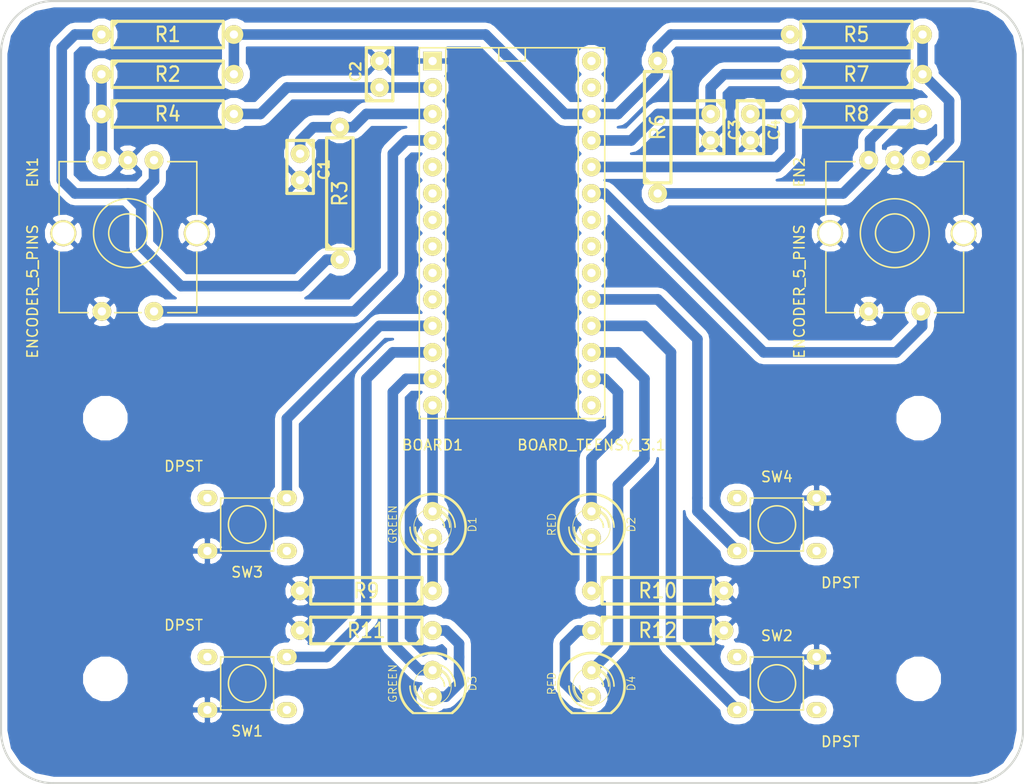
<source format=kicad_pcb>
(kicad_pcb (version 3) (host pcbnew "(2013-jul-07)-stable")

  (general
    (links 54)
    (no_connects 0)
    (area 96.763889 61.840999 205.496111 137.041001)
    (thickness 1.6)
    (drawings 17)
    (tracks 117)
    (zones 0)
    (modules 31)
    (nets 25)
  )

  (page A4)
  (title_block 
    (title Etch-a-sketch)
    (rev 0.1)
    (company BQ)
    (comment 1 "David Estévez")
  )

  (layers
    (15 F.Cu signal)
    (0 B.Cu signal)
    (16 B.Adhes user)
    (17 F.Adhes user)
    (18 B.Paste user)
    (19 F.Paste user)
    (20 B.SilkS user)
    (21 F.SilkS user)
    (22 B.Mask user)
    (23 F.Mask user)
    (24 Dwgs.User user)
    (25 Cmts.User user hide)
    (26 Eco1.User user)
    (27 Eco2.User user)
    (28 Edge.Cuts user)
  )

  (setup
    (last_trace_width 1.016)
    (trace_clearance 0.635)
    (zone_clearance 0.508)
    (zone_45_only no)
    (trace_min 0.254)
    (segment_width 0.2)
    (edge_width 0.15)
    (via_size 0.889)
    (via_drill 0.635)
    (via_min_size 0.889)
    (via_min_drill 0.508)
    (uvia_size 0.508)
    (uvia_drill 0.127)
    (uvias_allowed no)
    (uvia_min_size 0.508)
    (uvia_min_drill 0.127)
    (pcb_text_width 0.3)
    (pcb_text_size 1 1)
    (mod_edge_width 0.15)
    (mod_text_size 1 1)
    (mod_text_width 0.15)
    (pad_size 3 3)
    (pad_drill 3)
    (pad_to_mask_clearance 0)
    (aux_axis_origin 0 0)
    (visible_elements FFFFFFBF)
    (pcbplotparams
      (layerselection 1)
      (usegerberextensions false)
      (excludeedgelayer true)
      (linewidth 0.150000)
      (plotframeref false)
      (viasonmask false)
      (mode 1)
      (useauxorigin false)
      (hpglpennumber 1)
      (hpglpenspeed 20)
      (hpglpendiameter 15)
      (hpglpenoverlay 2)
      (psnegative false)
      (psa4output false)
      (plotreference true)
      (plotvalue true)
      (plotothertext true)
      (plotinvisibletext false)
      (padsonsilk false)
      (subtractmaskfromsilk false)
      (outputformat 1)
      (mirror false)
      (drillshape 0)
      (scaleselection 1)
      (outputdirectory gerber/))
  )

  (net 0 "")
  (net 1 /D0)
  (net 2 /D1)
  (net 3 /D10)
  (net 4 /D11)
  (net 5 /D12)
  (net 6 /D14)
  (net 7 /D15)
  (net 8 /D16)
  (net 9 /D17)
  (net 10 /D2)
  (net 11 /D21)
  (net 12 /D22)
  (net 13 /D23)
  (net 14 /D9)
  (net 15 GND)
  (net 16 N-0000017)
  (net 17 N-0000018)
  (net 18 N-0000019)
  (net 19 N-0000020)
  (net 20 N-0000031)
  (net 21 N-0000036)
  (net 22 N-0000037)
  (net 23 N-0000044)
  (net 24 VCC)

  (net_class Default "This is the default net class."
    (clearance 0.635)
    (trace_width 1.016)
    (via_dia 0.889)
    (via_drill 0.635)
    (uvia_dia 0.508)
    (uvia_drill 0.127)
    (add_net "")
    (add_net /D0)
    (add_net /D1)
    (add_net /D10)
    (add_net /D11)
    (add_net /D12)
    (add_net /D14)
    (add_net /D15)
    (add_net /D16)
    (add_net /D17)
    (add_net /D2)
    (add_net /D21)
    (add_net /D22)
    (add_net /D23)
    (add_net /D9)
    (add_net GND)
    (add_net N-0000017)
    (add_net N-0000018)
    (add_net N-0000019)
    (add_net N-0000020)
    (add_net N-0000031)
    (add_net N-0000036)
    (add_net N-0000037)
    (add_net N-0000044)
    (add_net VCC)
  )

  (module Switches-Push_switch_THD (layer F.Cu) (tedit 5513EE8F) (tstamp 551538A6)
    (at 175.641 112.141 180)
    (path /5512C03E)
    (fp_text reference SW4 (at 0 4.572 180) (layer F.SilkS)
      (effects (font (size 1 1) (thickness 0.15)))
    )
    (fp_text value DPST (at -6.096 -5.588 180) (layer F.SilkS)
      (effects (font (size 1 1) (thickness 0.15)))
    )
    (fp_line (start -2.54 -2.54) (end 2.54 -2.54) (layer F.SilkS) (width 0.15))
    (fp_line (start 2.54 -2.54) (end 2.54 2.54) (layer F.SilkS) (width 0.15))
    (fp_line (start 2.54 2.54) (end -2.54 2.54) (layer F.SilkS) (width 0.15))
    (fp_line (start -2.54 2.54) (end -2.54 -2.54) (layer F.SilkS) (width 0.15))
    (fp_circle (center 0 0) (end -1.27 -1.27) (layer F.SilkS) (width 0.15))
    (pad 2 thru_hole oval (at -3.81 2.54 180) (size 1.9 1.5) (drill 0.8)
      (layers *.Cu *.Mask F.SilkS)
      (net 15 GND)
    )
    (pad 1 thru_hole oval (at -3.81 -2.54 180) (size 1.9 1.5) (drill 0.8)
      (layers *.Cu *.Mask F.SilkS)
    )
    (pad 4 thru_hole oval (at 3.81 2.54 180) (size 1.9 1.5) (drill 0.8)
      (layers *.Cu *.Mask F.SilkS)
    )
    (pad 3 thru_hole oval (at 3.81 -2.54 180) (size 1.9 1.5) (drill 0.8)
      (layers *.Cu *.Mask F.SilkS)
      (net 9 /D17)
    )
  )

  (module Switches-Push_switch_THD (layer F.Cu) (tedit 5513EE8F) (tstamp 551538B3)
    (at 124.841 112.141)
    (path /5512C038)
    (fp_text reference SW3 (at 0 4.572) (layer F.SilkS)
      (effects (font (size 1 1) (thickness 0.15)))
    )
    (fp_text value DPST (at -6.096 -5.588) (layer F.SilkS)
      (effects (font (size 1 1) (thickness 0.15)))
    )
    (fp_line (start -2.54 -2.54) (end 2.54 -2.54) (layer F.SilkS) (width 0.15))
    (fp_line (start 2.54 -2.54) (end 2.54 2.54) (layer F.SilkS) (width 0.15))
    (fp_line (start 2.54 2.54) (end -2.54 2.54) (layer F.SilkS) (width 0.15))
    (fp_line (start -2.54 2.54) (end -2.54 -2.54) (layer F.SilkS) (width 0.15))
    (fp_circle (center 0 0) (end -1.27 -1.27) (layer F.SilkS) (width 0.15))
    (pad 2 thru_hole oval (at -3.81 2.54) (size 1.9 1.5) (drill 0.8)
      (layers *.Cu *.Mask F.SilkS)
      (net 15 GND)
    )
    (pad 1 thru_hole oval (at -3.81 -2.54) (size 1.9 1.5) (drill 0.8)
      (layers *.Cu *.Mask F.SilkS)
    )
    (pad 4 thru_hole oval (at 3.81 2.54) (size 1.9 1.5) (drill 0.8)
      (layers *.Cu *.Mask F.SilkS)
    )
    (pad 3 thru_hole oval (at 3.81 -2.54) (size 1.9 1.5) (drill 0.8)
      (layers *.Cu *.Mask F.SilkS)
      (net 14 /D9)
    )
  )

  (module Switches-Push_switch_THD (layer F.Cu) (tedit 5513EE8F) (tstamp 551538C0)
    (at 175.641 127.381 180)
    (path /5512C032)
    (fp_text reference SW2 (at 0 4.572 180) (layer F.SilkS)
      (effects (font (size 1 1) (thickness 0.15)))
    )
    (fp_text value DPST (at -6.096 -5.588 180) (layer F.SilkS)
      (effects (font (size 1 1) (thickness 0.15)))
    )
    (fp_line (start -2.54 -2.54) (end 2.54 -2.54) (layer F.SilkS) (width 0.15))
    (fp_line (start 2.54 -2.54) (end 2.54 2.54) (layer F.SilkS) (width 0.15))
    (fp_line (start 2.54 2.54) (end -2.54 2.54) (layer F.SilkS) (width 0.15))
    (fp_line (start -2.54 2.54) (end -2.54 -2.54) (layer F.SilkS) (width 0.15))
    (fp_circle (center 0 0) (end -1.27 -1.27) (layer F.SilkS) (width 0.15))
    (pad 2 thru_hole oval (at -3.81 2.54 180) (size 1.9 1.5) (drill 0.8)
      (layers *.Cu *.Mask F.SilkS)
      (net 15 GND)
    )
    (pad 1 thru_hole oval (at -3.81 -2.54 180) (size 1.9 1.5) (drill 0.8)
      (layers *.Cu *.Mask F.SilkS)
    )
    (pad 4 thru_hole oval (at 3.81 2.54 180) (size 1.9 1.5) (drill 0.8)
      (layers *.Cu *.Mask F.SilkS)
    )
    (pad 3 thru_hole oval (at 3.81 -2.54 180) (size 1.9 1.5) (drill 0.8)
      (layers *.Cu *.Mask F.SilkS)
      (net 8 /D16)
    )
  )

  (module Switches-Push_switch_THD (layer F.Cu) (tedit 5513EE8F) (tstamp 551538CD)
    (at 124.841 127.381)
    (path /5512C025)
    (fp_text reference SW1 (at 0 4.572) (layer F.SilkS)
      (effects (font (size 1 1) (thickness 0.15)))
    )
    (fp_text value DPST (at -6.096 -5.588) (layer F.SilkS)
      (effects (font (size 1 1) (thickness 0.15)))
    )
    (fp_line (start -2.54 -2.54) (end 2.54 -2.54) (layer F.SilkS) (width 0.15))
    (fp_line (start 2.54 -2.54) (end 2.54 2.54) (layer F.SilkS) (width 0.15))
    (fp_line (start 2.54 2.54) (end -2.54 2.54) (layer F.SilkS) (width 0.15))
    (fp_line (start -2.54 2.54) (end -2.54 -2.54) (layer F.SilkS) (width 0.15))
    (fp_circle (center 0 0) (end -1.27 -1.27) (layer F.SilkS) (width 0.15))
    (pad 2 thru_hole oval (at -3.81 2.54) (size 1.9 1.5) (drill 0.8)
      (layers *.Cu *.Mask F.SilkS)
      (net 15 GND)
    )
    (pad 1 thru_hole oval (at -3.81 -2.54) (size 1.9 1.5) (drill 0.8)
      (layers *.Cu *.Mask F.SilkS)
    )
    (pad 4 thru_hole oval (at 3.81 2.54) (size 1.9 1.5) (drill 0.8)
      (layers *.Cu *.Mask F.SilkS)
    )
    (pad 3 thru_hole oval (at 3.81 -2.54) (size 1.9 1.5) (drill 0.8)
      (layers *.Cu *.Mask F.SilkS)
      (net 3 /D10)
    )
  )

  (module R5 (layer F.Cu) (tedit 200000) (tstamp 551538DA)
    (at 183.261 68.961 180)
    (descr "Resistance 5 pas")
    (tags R)
    (path /5512B647)
    (autoplace_cost180 10)
    (fp_text reference R7 (at 0 0 180) (layer F.SilkS)
      (effects (font (size 1.397 1.27) (thickness 0.2032)))
    )
    (fp_text value R (at 0 0 180) (layer F.SilkS) hide
      (effects (font (size 1.397 1.27) (thickness 0.2032)))
    )
    (fp_line (start -6.35 0) (end -5.334 0) (layer F.SilkS) (width 0.3048))
    (fp_line (start 6.35 0) (end 5.334 0) (layer F.SilkS) (width 0.3048))
    (fp_line (start 5.334 -1.27) (end 5.334 1.27) (layer F.SilkS) (width 0.3048))
    (fp_line (start 5.334 1.27) (end -5.334 1.27) (layer F.SilkS) (width 0.3048))
    (fp_line (start -5.334 1.27) (end -5.334 -1.27) (layer F.SilkS) (width 0.3048))
    (fp_line (start -5.334 -1.27) (end 5.334 -1.27) (layer F.SilkS) (width 0.3048))
    (fp_line (start -5.334 -0.762) (end -4.826 -1.27) (layer F.SilkS) (width 0.3048))
    (pad 1 thru_hole circle (at -6.35 0 180) (size 1.8 1.8) (drill 0.8)
      (layers *.Cu *.Mask F.SilkS)
      (net 20 N-0000031)
    )
    (pad 2 thru_hole circle (at 6.35 0 180) (size 1.8 1.8) (drill 0.8)
      (layers *.Cu *.Mask F.SilkS)
      (net 13 /D23)
    )
    (model discret/resistor.wrl
      (at (xyz 0 0 0))
      (scale (xyz 0.5 0.5 0.5))
      (rotate (xyz 0 0 0))
    )
  )

  (module R5 (layer F.Cu) (tedit 200000) (tstamp 551538E7)
    (at 164.211 122.301)
    (descr "Resistance 5 pas")
    (tags R)
    (path /5512B8E7)
    (autoplace_cost180 10)
    (fp_text reference R12 (at 0 0) (layer F.SilkS)
      (effects (font (size 1.397 1.27) (thickness 0.2032)))
    )
    (fp_text value R (at 0 0) (layer F.SilkS) hide
      (effects (font (size 1.397 1.27) (thickness 0.2032)))
    )
    (fp_line (start -6.35 0) (end -5.334 0) (layer F.SilkS) (width 0.3048))
    (fp_line (start 6.35 0) (end 5.334 0) (layer F.SilkS) (width 0.3048))
    (fp_line (start 5.334 -1.27) (end 5.334 1.27) (layer F.SilkS) (width 0.3048))
    (fp_line (start 5.334 1.27) (end -5.334 1.27) (layer F.SilkS) (width 0.3048))
    (fp_line (start -5.334 1.27) (end -5.334 -1.27) (layer F.SilkS) (width 0.3048))
    (fp_line (start -5.334 -1.27) (end 5.334 -1.27) (layer F.SilkS) (width 0.3048))
    (fp_line (start -5.334 -0.762) (end -4.826 -1.27) (layer F.SilkS) (width 0.3048))
    (pad 1 thru_hole circle (at -6.35 0) (size 1.8 1.8) (drill 0.8)
      (layers *.Cu *.Mask F.SilkS)
      (net 17 N-0000018)
    )
    (pad 2 thru_hole circle (at 6.35 0) (size 1.8 1.8) (drill 0.8)
      (layers *.Cu *.Mask F.SilkS)
      (net 15 GND)
    )
    (model discret/resistor.wrl
      (at (xyz 0 0 0))
      (scale (xyz 0.5 0.5 0.5))
      (rotate (xyz 0 0 0))
    )
  )

  (module R5 (layer F.Cu) (tedit 200000) (tstamp 551538F4)
    (at 136.271 122.301 180)
    (descr "Resistance 5 pas")
    (tags R)
    (path /5512B8DA)
    (autoplace_cost180 10)
    (fp_text reference R11 (at 0 0 180) (layer F.SilkS)
      (effects (font (size 1.397 1.27) (thickness 0.2032)))
    )
    (fp_text value R (at 0 0 180) (layer F.SilkS) hide
      (effects (font (size 1.397 1.27) (thickness 0.2032)))
    )
    (fp_line (start -6.35 0) (end -5.334 0) (layer F.SilkS) (width 0.3048))
    (fp_line (start 6.35 0) (end 5.334 0) (layer F.SilkS) (width 0.3048))
    (fp_line (start 5.334 -1.27) (end 5.334 1.27) (layer F.SilkS) (width 0.3048))
    (fp_line (start 5.334 1.27) (end -5.334 1.27) (layer F.SilkS) (width 0.3048))
    (fp_line (start -5.334 1.27) (end -5.334 -1.27) (layer F.SilkS) (width 0.3048))
    (fp_line (start -5.334 -1.27) (end 5.334 -1.27) (layer F.SilkS) (width 0.3048))
    (fp_line (start -5.334 -0.762) (end -4.826 -1.27) (layer F.SilkS) (width 0.3048))
    (pad 1 thru_hole circle (at -6.35 0 180) (size 1.8 1.8) (drill 0.8)
      (layers *.Cu *.Mask F.SilkS)
      (net 18 N-0000019)
    )
    (pad 2 thru_hole circle (at 6.35 0 180) (size 1.8 1.8) (drill 0.8)
      (layers *.Cu *.Mask F.SilkS)
      (net 15 GND)
    )
    (model discret/resistor.wrl
      (at (xyz 0 0 0))
      (scale (xyz 0.5 0.5 0.5))
      (rotate (xyz 0 0 0))
    )
  )

  (module R5 (layer F.Cu) (tedit 200000) (tstamp 55153901)
    (at 164.211 118.491)
    (descr "Resistance 5 pas")
    (tags R)
    (path /5512B8CD)
    (autoplace_cost180 10)
    (fp_text reference R10 (at 0 0) (layer F.SilkS)
      (effects (font (size 1.397 1.27) (thickness 0.2032)))
    )
    (fp_text value R (at 0 0) (layer F.SilkS) hide
      (effects (font (size 1.397 1.27) (thickness 0.2032)))
    )
    (fp_line (start -6.35 0) (end -5.334 0) (layer F.SilkS) (width 0.3048))
    (fp_line (start 6.35 0) (end 5.334 0) (layer F.SilkS) (width 0.3048))
    (fp_line (start 5.334 -1.27) (end 5.334 1.27) (layer F.SilkS) (width 0.3048))
    (fp_line (start 5.334 1.27) (end -5.334 1.27) (layer F.SilkS) (width 0.3048))
    (fp_line (start -5.334 1.27) (end -5.334 -1.27) (layer F.SilkS) (width 0.3048))
    (fp_line (start -5.334 -1.27) (end 5.334 -1.27) (layer F.SilkS) (width 0.3048))
    (fp_line (start -5.334 -0.762) (end -4.826 -1.27) (layer F.SilkS) (width 0.3048))
    (pad 1 thru_hole circle (at -6.35 0) (size 1.8 1.8) (drill 0.8)
      (layers *.Cu *.Mask F.SilkS)
      (net 16 N-0000017)
    )
    (pad 2 thru_hole circle (at 6.35 0) (size 1.8 1.8) (drill 0.8)
      (layers *.Cu *.Mask F.SilkS)
      (net 15 GND)
    )
    (model discret/resistor.wrl
      (at (xyz 0 0 0))
      (scale (xyz 0.5 0.5 0.5))
      (rotate (xyz 0 0 0))
    )
  )

  (module R5 (layer F.Cu) (tedit 200000) (tstamp 5515390E)
    (at 136.271 118.491 180)
    (descr "Resistance 5 pas")
    (tags R)
    (path /5512B885)
    (autoplace_cost180 10)
    (fp_text reference R9 (at 0 0 180) (layer F.SilkS)
      (effects (font (size 1.397 1.27) (thickness 0.2032)))
    )
    (fp_text value R (at 0 0 180) (layer F.SilkS) hide
      (effects (font (size 1.397 1.27) (thickness 0.2032)))
    )
    (fp_line (start -6.35 0) (end -5.334 0) (layer F.SilkS) (width 0.3048))
    (fp_line (start 6.35 0) (end 5.334 0) (layer F.SilkS) (width 0.3048))
    (fp_line (start 5.334 -1.27) (end 5.334 1.27) (layer F.SilkS) (width 0.3048))
    (fp_line (start 5.334 1.27) (end -5.334 1.27) (layer F.SilkS) (width 0.3048))
    (fp_line (start -5.334 1.27) (end -5.334 -1.27) (layer F.SilkS) (width 0.3048))
    (fp_line (start -5.334 -1.27) (end 5.334 -1.27) (layer F.SilkS) (width 0.3048))
    (fp_line (start -5.334 -0.762) (end -4.826 -1.27) (layer F.SilkS) (width 0.3048))
    (pad 1 thru_hole circle (at -6.35 0 180) (size 1.8 1.8) (drill 0.8)
      (layers *.Cu *.Mask F.SilkS)
      (net 19 N-0000020)
    )
    (pad 2 thru_hole circle (at 6.35 0 180) (size 1.8 1.8) (drill 0.8)
      (layers *.Cu *.Mask F.SilkS)
      (net 15 GND)
    )
    (model discret/resistor.wrl
      (at (xyz 0 0 0))
      (scale (xyz 0.5 0.5 0.5))
      (rotate (xyz 0 0 0))
    )
  )

  (module R5 (layer F.Cu) (tedit 200000) (tstamp 5515391B)
    (at 183.261 65.151 180)
    (descr "Resistance 5 pas")
    (tags R)
    (path /5512B64D)
    (autoplace_cost180 10)
    (fp_text reference R5 (at 0 0 180) (layer F.SilkS)
      (effects (font (size 1.397 1.27) (thickness 0.2032)))
    )
    (fp_text value R (at 0 0 180) (layer F.SilkS) hide
      (effects (font (size 1.397 1.27) (thickness 0.2032)))
    )
    (fp_line (start -6.35 0) (end -5.334 0) (layer F.SilkS) (width 0.3048))
    (fp_line (start 6.35 0) (end 5.334 0) (layer F.SilkS) (width 0.3048))
    (fp_line (start 5.334 -1.27) (end 5.334 1.27) (layer F.SilkS) (width 0.3048))
    (fp_line (start 5.334 1.27) (end -5.334 1.27) (layer F.SilkS) (width 0.3048))
    (fp_line (start -5.334 1.27) (end -5.334 -1.27) (layer F.SilkS) (width 0.3048))
    (fp_line (start -5.334 -1.27) (end 5.334 -1.27) (layer F.SilkS) (width 0.3048))
    (fp_line (start -5.334 -0.762) (end -4.826 -1.27) (layer F.SilkS) (width 0.3048))
    (pad 1 thru_hole circle (at -6.35 0 180) (size 1.8 1.8) (drill 0.8)
      (layers *.Cu *.Mask F.SilkS)
      (net 20 N-0000031)
    )
    (pad 2 thru_hole circle (at 6.35 0 180) (size 1.8 1.8) (drill 0.8)
      (layers *.Cu *.Mask F.SilkS)
      (net 24 VCC)
    )
    (model discret/resistor.wrl
      (at (xyz 0 0 0))
      (scale (xyz 0.5 0.5 0.5))
      (rotate (xyz 0 0 0))
    )
  )

  (module R5 (layer F.Cu) (tedit 200000) (tstamp 55153928)
    (at 164.211 74.041 90)
    (descr "Resistance 5 pas")
    (tags R)
    (path /5512B627)
    (autoplace_cost180 10)
    (fp_text reference R6 (at 0 0 90) (layer F.SilkS)
      (effects (font (size 1.397 1.27) (thickness 0.2032)))
    )
    (fp_text value R (at 0 0 90) (layer F.SilkS) hide
      (effects (font (size 1.397 1.27) (thickness 0.2032)))
    )
    (fp_line (start -6.35 0) (end -5.334 0) (layer F.SilkS) (width 0.3048))
    (fp_line (start 6.35 0) (end 5.334 0) (layer F.SilkS) (width 0.3048))
    (fp_line (start 5.334 -1.27) (end 5.334 1.27) (layer F.SilkS) (width 0.3048))
    (fp_line (start 5.334 1.27) (end -5.334 1.27) (layer F.SilkS) (width 0.3048))
    (fp_line (start -5.334 1.27) (end -5.334 -1.27) (layer F.SilkS) (width 0.3048))
    (fp_line (start -5.334 -1.27) (end 5.334 -1.27) (layer F.SilkS) (width 0.3048))
    (fp_line (start -5.334 -0.762) (end -4.826 -1.27) (layer F.SilkS) (width 0.3048))
    (pad 1 thru_hole circle (at -6.35 0 90) (size 1.8 1.8) (drill 0.8)
      (layers *.Cu *.Mask F.SilkS)
      (net 23 N-0000044)
    )
    (pad 2 thru_hole circle (at 6.35 0 90) (size 1.8 1.8) (drill 0.8)
      (layers *.Cu *.Mask F.SilkS)
      (net 24 VCC)
    )
    (model discret/resistor.wrl
      (at (xyz 0 0 0))
      (scale (xyz 0.5 0.5 0.5))
      (rotate (xyz 0 0 0))
    )
  )

  (module R5 (layer F.Cu) (tedit 200000) (tstamp 55153935)
    (at 183.261 72.771 180)
    (descr "Resistance 5 pas")
    (tags R)
    (path /5512B621)
    (autoplace_cost180 10)
    (fp_text reference R8 (at 0 0 180) (layer F.SilkS)
      (effects (font (size 1.397 1.27) (thickness 0.2032)))
    )
    (fp_text value R (at 0 0 180) (layer F.SilkS) hide
      (effects (font (size 1.397 1.27) (thickness 0.2032)))
    )
    (fp_line (start -6.35 0) (end -5.334 0) (layer F.SilkS) (width 0.3048))
    (fp_line (start 6.35 0) (end 5.334 0) (layer F.SilkS) (width 0.3048))
    (fp_line (start 5.334 -1.27) (end 5.334 1.27) (layer F.SilkS) (width 0.3048))
    (fp_line (start 5.334 1.27) (end -5.334 1.27) (layer F.SilkS) (width 0.3048))
    (fp_line (start -5.334 1.27) (end -5.334 -1.27) (layer F.SilkS) (width 0.3048))
    (fp_line (start -5.334 -1.27) (end 5.334 -1.27) (layer F.SilkS) (width 0.3048))
    (fp_line (start -5.334 -0.762) (end -4.826 -1.27) (layer F.SilkS) (width 0.3048))
    (pad 1 thru_hole circle (at -6.35 0 180) (size 1.8 1.8) (drill 0.8)
      (layers *.Cu *.Mask F.SilkS)
      (net 23 N-0000044)
    )
    (pad 2 thru_hole circle (at 6.35 0 180) (size 1.8 1.8) (drill 0.8)
      (layers *.Cu *.Mask F.SilkS)
      (net 12 /D22)
    )
    (model discret/resistor.wrl
      (at (xyz 0 0 0))
      (scale (xyz 0.5 0.5 0.5))
      (rotate (xyz 0 0 0))
    )
  )

  (module R5 (layer F.Cu) (tedit 200000) (tstamp 55153942)
    (at 117.221 65.151)
    (descr "Resistance 5 pas")
    (tags R)
    (path /5512B423)
    (autoplace_cost180 10)
    (fp_text reference R1 (at 0 0) (layer F.SilkS)
      (effects (font (size 1.397 1.27) (thickness 0.2032)))
    )
    (fp_text value R (at 0 0) (layer F.SilkS) hide
      (effects (font (size 1.397 1.27) (thickness 0.2032)))
    )
    (fp_line (start -6.35 0) (end -5.334 0) (layer F.SilkS) (width 0.3048))
    (fp_line (start 6.35 0) (end 5.334 0) (layer F.SilkS) (width 0.3048))
    (fp_line (start 5.334 -1.27) (end 5.334 1.27) (layer F.SilkS) (width 0.3048))
    (fp_line (start 5.334 1.27) (end -5.334 1.27) (layer F.SilkS) (width 0.3048))
    (fp_line (start -5.334 1.27) (end -5.334 -1.27) (layer F.SilkS) (width 0.3048))
    (fp_line (start -5.334 -1.27) (end 5.334 -1.27) (layer F.SilkS) (width 0.3048))
    (fp_line (start -5.334 -0.762) (end -4.826 -1.27) (layer F.SilkS) (width 0.3048))
    (pad 1 thru_hole circle (at -6.35 0) (size 1.8 1.8) (drill 0.8)
      (layers *.Cu *.Mask F.SilkS)
      (net 21 N-0000036)
    )
    (pad 2 thru_hole circle (at 6.35 0) (size 1.8 1.8) (drill 0.8)
      (layers *.Cu *.Mask F.SilkS)
      (net 24 VCC)
    )
    (model discret/resistor.wrl
      (at (xyz 0 0 0))
      (scale (xyz 0.5 0.5 0.5))
      (rotate (xyz 0 0 0))
    )
  )

  (module R5 (layer F.Cu) (tedit 200000) (tstamp 5515394F)
    (at 133.731 80.391 90)
    (descr "Resistance 5 pas")
    (tags R)
    (path /5512B41D)
    (autoplace_cost180 10)
    (fp_text reference R3 (at 0 0 90) (layer F.SilkS)
      (effects (font (size 1.397 1.27) (thickness 0.2032)))
    )
    (fp_text value R (at 0 0 90) (layer F.SilkS) hide
      (effects (font (size 1.397 1.27) (thickness 0.2032)))
    )
    (fp_line (start -6.35 0) (end -5.334 0) (layer F.SilkS) (width 0.3048))
    (fp_line (start 6.35 0) (end 5.334 0) (layer F.SilkS) (width 0.3048))
    (fp_line (start 5.334 -1.27) (end 5.334 1.27) (layer F.SilkS) (width 0.3048))
    (fp_line (start 5.334 1.27) (end -5.334 1.27) (layer F.SilkS) (width 0.3048))
    (fp_line (start -5.334 1.27) (end -5.334 -1.27) (layer F.SilkS) (width 0.3048))
    (fp_line (start -5.334 -1.27) (end 5.334 -1.27) (layer F.SilkS) (width 0.3048))
    (fp_line (start -5.334 -0.762) (end -4.826 -1.27) (layer F.SilkS) (width 0.3048))
    (pad 1 thru_hole circle (at -6.35 0 90) (size 1.8 1.8) (drill 0.8)
      (layers *.Cu *.Mask F.SilkS)
      (net 21 N-0000036)
    )
    (pad 2 thru_hole circle (at 6.35 0 90) (size 1.8 1.8) (drill 0.8)
      (layers *.Cu *.Mask F.SilkS)
      (net 2 /D1)
    )
    (model discret/resistor.wrl
      (at (xyz 0 0 0))
      (scale (xyz 0.5 0.5 0.5))
      (rotate (xyz 0 0 0))
    )
  )

  (module R5 (layer F.Cu) (tedit 200000) (tstamp 5515395C)
    (at 117.221 68.961)
    (descr "Resistance 5 pas")
    (tags R)
    (path /5512B35F)
    (autoplace_cost180 10)
    (fp_text reference R2 (at 0 0) (layer F.SilkS)
      (effects (font (size 1.397 1.27) (thickness 0.2032)))
    )
    (fp_text value R (at 0 0) (layer F.SilkS) hide
      (effects (font (size 1.397 1.27) (thickness 0.2032)))
    )
    (fp_line (start -6.35 0) (end -5.334 0) (layer F.SilkS) (width 0.3048))
    (fp_line (start 6.35 0) (end 5.334 0) (layer F.SilkS) (width 0.3048))
    (fp_line (start 5.334 -1.27) (end 5.334 1.27) (layer F.SilkS) (width 0.3048))
    (fp_line (start 5.334 1.27) (end -5.334 1.27) (layer F.SilkS) (width 0.3048))
    (fp_line (start -5.334 1.27) (end -5.334 -1.27) (layer F.SilkS) (width 0.3048))
    (fp_line (start -5.334 -1.27) (end 5.334 -1.27) (layer F.SilkS) (width 0.3048))
    (fp_line (start -5.334 -0.762) (end -4.826 -1.27) (layer F.SilkS) (width 0.3048))
    (pad 1 thru_hole circle (at -6.35 0) (size 1.8 1.8) (drill 0.8)
      (layers *.Cu *.Mask F.SilkS)
      (net 22 N-0000037)
    )
    (pad 2 thru_hole circle (at 6.35 0) (size 1.8 1.8) (drill 0.8)
      (layers *.Cu *.Mask F.SilkS)
      (net 24 VCC)
    )
    (model discret/resistor.wrl
      (at (xyz 0 0 0))
      (scale (xyz 0.5 0.5 0.5))
      (rotate (xyz 0 0 0))
    )
  )

  (module R5 (layer F.Cu) (tedit 200000) (tstamp 55153969)
    (at 117.221 72.771)
    (descr "Resistance 5 pas")
    (tags R)
    (path /5512B352)
    (autoplace_cost180 10)
    (fp_text reference R4 (at 0 0) (layer F.SilkS)
      (effects (font (size 1.397 1.27) (thickness 0.2032)))
    )
    (fp_text value R (at 0 0) (layer F.SilkS) hide
      (effects (font (size 1.397 1.27) (thickness 0.2032)))
    )
    (fp_line (start -6.35 0) (end -5.334 0) (layer F.SilkS) (width 0.3048))
    (fp_line (start 6.35 0) (end 5.334 0) (layer F.SilkS) (width 0.3048))
    (fp_line (start 5.334 -1.27) (end 5.334 1.27) (layer F.SilkS) (width 0.3048))
    (fp_line (start 5.334 1.27) (end -5.334 1.27) (layer F.SilkS) (width 0.3048))
    (fp_line (start -5.334 1.27) (end -5.334 -1.27) (layer F.SilkS) (width 0.3048))
    (fp_line (start -5.334 -1.27) (end 5.334 -1.27) (layer F.SilkS) (width 0.3048))
    (fp_line (start -5.334 -0.762) (end -4.826 -1.27) (layer F.SilkS) (width 0.3048))
    (pad 1 thru_hole circle (at -6.35 0) (size 1.8 1.8) (drill 0.8)
      (layers *.Cu *.Mask F.SilkS)
      (net 22 N-0000037)
    )
    (pad 2 thru_hole circle (at 6.35 0) (size 1.8 1.8) (drill 0.8)
      (layers *.Cu *.Mask F.SilkS)
      (net 1 /D0)
    )
    (model discret/resistor.wrl
      (at (xyz 0 0 0))
      (scale (xyz 0.5 0.5 0.5))
      (rotate (xyz 0 0 0))
    )
  )

  (module LED-5MM (layer F.Cu) (tedit 50ADE86B) (tstamp 551539A4)
    (at 142.621 112.141 270)
    (descr "LED 5mm - Lead pitch 100mil (2,54mm)")
    (tags "LED led 5mm 5MM 100mil 2,54mm")
    (path /5512B876)
    (fp_text reference D1 (at 0 -3.81 270) (layer F.SilkS)
      (effects (font (size 0.762 0.762) (thickness 0.0889)))
    )
    (fp_text value GREEN (at 0 3.81 270) (layer F.SilkS)
      (effects (font (size 0.762 0.762) (thickness 0.0889)))
    )
    (fp_line (start 2.8448 1.905) (end 2.8448 -1.905) (layer F.SilkS) (width 0.2032))
    (fp_circle (center 0.254 0) (end -1.016 1.27) (layer F.SilkS) (width 0.0762))
    (fp_arc (start 0.254 0) (end 2.794 1.905) (angle 286.2) (layer F.SilkS) (width 0.254))
    (fp_arc (start 0.254 0) (end -0.889 0) (angle 90) (layer F.SilkS) (width 0.1524))
    (fp_arc (start 0.254 0) (end 1.397 0) (angle 90) (layer F.SilkS) (width 0.1524))
    (fp_arc (start 0.254 0) (end -1.397 0) (angle 90) (layer F.SilkS) (width 0.1524))
    (fp_arc (start 0.254 0) (end 1.905 0) (angle 90) (layer F.SilkS) (width 0.1524))
    (fp_arc (start 0.254 0) (end -1.905 0) (angle 90) (layer F.SilkS) (width 0.1524))
    (fp_arc (start 0.254 0) (end 2.413 0) (angle 90) (layer F.SilkS) (width 0.1524))
    (pad 1 thru_hole circle (at -1.27 0 270) (size 1.8 1.8) (drill 0.8)
      (layers *.Cu *.Mask F.SilkS)
      (net 5 /D12)
    )
    (pad 2 thru_hole circle (at 1.27 0 270) (size 1.8 1.8) (drill 0.8)
      (layers *.Cu *.Mask F.SilkS)
      (net 19 N-0000020)
    )
    (model discret/leds/led5_vertical_verde.wrl
      (at (xyz 0 0 0))
      (scale (xyz 1 1 1))
      (rotate (xyz 0 0 0))
    )
  )

  (module LED-5MM (layer F.Cu) (tedit 50ADE86B) (tstamp 551539B3)
    (at 157.861 112.141 270)
    (descr "LED 5mm - Lead pitch 100mil (2,54mm)")
    (tags "LED led 5mm 5MM 100mil 2,54mm")
    (path /5512B8C7)
    (fp_text reference D2 (at 0 -3.81 270) (layer F.SilkS)
      (effects (font (size 0.762 0.762) (thickness 0.0889)))
    )
    (fp_text value RED (at 0 3.81 270) (layer F.SilkS)
      (effects (font (size 0.762 0.762) (thickness 0.0889)))
    )
    (fp_line (start 2.8448 1.905) (end 2.8448 -1.905) (layer F.SilkS) (width 0.2032))
    (fp_circle (center 0.254 0) (end -1.016 1.27) (layer F.SilkS) (width 0.0762))
    (fp_arc (start 0.254 0) (end 2.794 1.905) (angle 286.2) (layer F.SilkS) (width 0.254))
    (fp_arc (start 0.254 0) (end -0.889 0) (angle 90) (layer F.SilkS) (width 0.1524))
    (fp_arc (start 0.254 0) (end 1.397 0) (angle 90) (layer F.SilkS) (width 0.1524))
    (fp_arc (start 0.254 0) (end -1.397 0) (angle 90) (layer F.SilkS) (width 0.1524))
    (fp_arc (start 0.254 0) (end 1.905 0) (angle 90) (layer F.SilkS) (width 0.1524))
    (fp_arc (start 0.254 0) (end -1.905 0) (angle 90) (layer F.SilkS) (width 0.1524))
    (fp_arc (start 0.254 0) (end 2.413 0) (angle 90) (layer F.SilkS) (width 0.1524))
    (pad 1 thru_hole circle (at -1.27 0 270) (size 1.8 1.8) (drill 0.8)
      (layers *.Cu *.Mask F.SilkS)
      (net 6 /D14)
    )
    (pad 2 thru_hole circle (at 1.27 0 270) (size 1.8 1.8) (drill 0.8)
      (layers *.Cu *.Mask F.SilkS)
      (net 16 N-0000017)
    )
    (model discret/leds/led5_vertical_verde.wrl
      (at (xyz 0 0 0))
      (scale (xyz 1 1 1))
      (rotate (xyz 0 0 0))
    )
  )

  (module LED-5MM (layer F.Cu) (tedit 50ADE86B) (tstamp 551539C2)
    (at 142.621 127.381 270)
    (descr "LED 5mm - Lead pitch 100mil (2,54mm)")
    (tags "LED led 5mm 5MM 100mil 2,54mm")
    (path /5512B8D4)
    (fp_text reference D3 (at 0 -3.81 270) (layer F.SilkS)
      (effects (font (size 0.762 0.762) (thickness 0.0889)))
    )
    (fp_text value GREEN (at 0 3.81 270) (layer F.SilkS)
      (effects (font (size 0.762 0.762) (thickness 0.0889)))
    )
    (fp_line (start 2.8448 1.905) (end 2.8448 -1.905) (layer F.SilkS) (width 0.2032))
    (fp_circle (center 0.254 0) (end -1.016 1.27) (layer F.SilkS) (width 0.0762))
    (fp_arc (start 0.254 0) (end 2.794 1.905) (angle 286.2) (layer F.SilkS) (width 0.254))
    (fp_arc (start 0.254 0) (end -0.889 0) (angle 90) (layer F.SilkS) (width 0.1524))
    (fp_arc (start 0.254 0) (end 1.397 0) (angle 90) (layer F.SilkS) (width 0.1524))
    (fp_arc (start 0.254 0) (end -1.397 0) (angle 90) (layer F.SilkS) (width 0.1524))
    (fp_arc (start 0.254 0) (end 1.905 0) (angle 90) (layer F.SilkS) (width 0.1524))
    (fp_arc (start 0.254 0) (end -1.905 0) (angle 90) (layer F.SilkS) (width 0.1524))
    (fp_arc (start 0.254 0) (end 2.413 0) (angle 90) (layer F.SilkS) (width 0.1524))
    (pad 1 thru_hole circle (at -1.27 0 270) (size 1.8 1.8) (drill 0.8)
      (layers *.Cu *.Mask F.SilkS)
      (net 4 /D11)
    )
    (pad 2 thru_hole circle (at 1.27 0 270) (size 1.8 1.8) (drill 0.8)
      (layers *.Cu *.Mask F.SilkS)
      (net 18 N-0000019)
    )
    (model discret/leds/led5_vertical_verde.wrl
      (at (xyz 0 0 0))
      (scale (xyz 1 1 1))
      (rotate (xyz 0 0 0))
    )
  )

  (module LED-5MM (layer F.Cu) (tedit 50ADE86B) (tstamp 551539D1)
    (at 157.861 127.381 270)
    (descr "LED 5mm - Lead pitch 100mil (2,54mm)")
    (tags "LED led 5mm 5MM 100mil 2,54mm")
    (path /5512B8E1)
    (fp_text reference D4 (at 0 -3.81 270) (layer F.SilkS)
      (effects (font (size 0.762 0.762) (thickness 0.0889)))
    )
    (fp_text value RED (at 0 3.81 270) (layer F.SilkS)
      (effects (font (size 0.762 0.762) (thickness 0.0889)))
    )
    (fp_line (start 2.8448 1.905) (end 2.8448 -1.905) (layer F.SilkS) (width 0.2032))
    (fp_circle (center 0.254 0) (end -1.016 1.27) (layer F.SilkS) (width 0.0762))
    (fp_arc (start 0.254 0) (end 2.794 1.905) (angle 286.2) (layer F.SilkS) (width 0.254))
    (fp_arc (start 0.254 0) (end -0.889 0) (angle 90) (layer F.SilkS) (width 0.1524))
    (fp_arc (start 0.254 0) (end 1.397 0) (angle 90) (layer F.SilkS) (width 0.1524))
    (fp_arc (start 0.254 0) (end -1.397 0) (angle 90) (layer F.SilkS) (width 0.1524))
    (fp_arc (start 0.254 0) (end 1.905 0) (angle 90) (layer F.SilkS) (width 0.1524))
    (fp_arc (start 0.254 0) (end -1.905 0) (angle 90) (layer F.SilkS) (width 0.1524))
    (fp_arc (start 0.254 0) (end 2.413 0) (angle 90) (layer F.SilkS) (width 0.1524))
    (pad 1 thru_hole circle (at -1.27 0 270) (size 1.8 1.8) (drill 0.8)
      (layers *.Cu *.Mask F.SilkS)
      (net 7 /D15)
    )
    (pad 2 thru_hole circle (at 1.27 0 270) (size 1.8 1.8) (drill 0.8)
      (layers *.Cu *.Mask F.SilkS)
      (net 17 N-0000018)
    )
    (model discret/leds/led5_vertical_verde.wrl
      (at (xyz 0 0 0))
      (scale (xyz 1 1 1))
      (rotate (xyz 0 0 0))
    )
  )

  (module C1 (layer F.Cu) (tedit 3F92C496) (tstamp 551539DC)
    (at 169.291 74.041 270)
    (descr "Condensateur e = 1 pas")
    (tags C)
    (path /5512B641)
    (fp_text reference C3 (at 0.254 -2.286 270) (layer F.SilkS)
      (effects (font (size 1.016 1.016) (thickness 0.2032)))
    )
    (fp_text value C (at 0 -2.286 270) (layer F.SilkS) hide
      (effects (font (size 1.016 1.016) (thickness 0.2032)))
    )
    (fp_line (start -2.4892 -1.27) (end 2.54 -1.27) (layer F.SilkS) (width 0.3048))
    (fp_line (start 2.54 -1.27) (end 2.54 1.27) (layer F.SilkS) (width 0.3048))
    (fp_line (start 2.54 1.27) (end -2.54 1.27) (layer F.SilkS) (width 0.3048))
    (fp_line (start -2.54 1.27) (end -2.54 -1.27) (layer F.SilkS) (width 0.3048))
    (fp_line (start -2.54 -0.635) (end -1.905 -1.27) (layer F.SilkS) (width 0.3048))
    (pad 1 thru_hole circle (at -1.27 0 270) (size 1.8 1.8) (drill 0.8)
      (layers *.Cu *.Mask F.SilkS)
      (net 13 /D23)
    )
    (pad 2 thru_hole circle (at 1.27 0 270) (size 1.8 1.8) (drill 0.8)
      (layers *.Cu *.Mask F.SilkS)
      (net 15 GND)
    )
    (model discret/capa_1_pas.wrl
      (at (xyz 0 0 0))
      (scale (xyz 1 1 1))
      (rotate (xyz 0 0 0))
    )
  )

  (module C1 (layer F.Cu) (tedit 3F92C496) (tstamp 551539E7)
    (at 173.101 74.041 270)
    (descr "Condensateur e = 1 pas")
    (tags C)
    (path /5512B61B)
    (fp_text reference C4 (at 0.254 -2.286 270) (layer F.SilkS)
      (effects (font (size 1.016 1.016) (thickness 0.2032)))
    )
    (fp_text value C (at 0 -2.286 270) (layer F.SilkS) hide
      (effects (font (size 1.016 1.016) (thickness 0.2032)))
    )
    (fp_line (start -2.4892 -1.27) (end 2.54 -1.27) (layer F.SilkS) (width 0.3048))
    (fp_line (start 2.54 -1.27) (end 2.54 1.27) (layer F.SilkS) (width 0.3048))
    (fp_line (start 2.54 1.27) (end -2.54 1.27) (layer F.SilkS) (width 0.3048))
    (fp_line (start -2.54 1.27) (end -2.54 -1.27) (layer F.SilkS) (width 0.3048))
    (fp_line (start -2.54 -0.635) (end -1.905 -1.27) (layer F.SilkS) (width 0.3048))
    (pad 1 thru_hole circle (at -1.27 0 270) (size 1.8 1.8) (drill 0.8)
      (layers *.Cu *.Mask F.SilkS)
      (net 12 /D22)
    )
    (pad 2 thru_hole circle (at 1.27 0 270) (size 1.8 1.8) (drill 0.8)
      (layers *.Cu *.Mask F.SilkS)
      (net 15 GND)
    )
    (model discret/capa_1_pas.wrl
      (at (xyz 0 0 0))
      (scale (xyz 1 1 1))
      (rotate (xyz 0 0 0))
    )
  )

  (module C1 (layer F.Cu) (tedit 3F92C496) (tstamp 551539F2)
    (at 129.921 77.851 270)
    (descr "Condensateur e = 1 pas")
    (tags C)
    (path /5512B417)
    (fp_text reference C1 (at 0.254 -2.286 270) (layer F.SilkS)
      (effects (font (size 1.016 1.016) (thickness 0.2032)))
    )
    (fp_text value C (at 0 -2.286 270) (layer F.SilkS) hide
      (effects (font (size 1.016 1.016) (thickness 0.2032)))
    )
    (fp_line (start -2.4892 -1.27) (end 2.54 -1.27) (layer F.SilkS) (width 0.3048))
    (fp_line (start 2.54 -1.27) (end 2.54 1.27) (layer F.SilkS) (width 0.3048))
    (fp_line (start 2.54 1.27) (end -2.54 1.27) (layer F.SilkS) (width 0.3048))
    (fp_line (start -2.54 1.27) (end -2.54 -1.27) (layer F.SilkS) (width 0.3048))
    (fp_line (start -2.54 -0.635) (end -1.905 -1.27) (layer F.SilkS) (width 0.3048))
    (pad 1 thru_hole circle (at -1.27 0 270) (size 1.8 1.8) (drill 0.8)
      (layers *.Cu *.Mask F.SilkS)
      (net 2 /D1)
    )
    (pad 2 thru_hole circle (at 1.27 0 270) (size 1.8 1.8) (drill 0.8)
      (layers *.Cu *.Mask F.SilkS)
      (net 15 GND)
    )
    (model discret/capa_1_pas.wrl
      (at (xyz 0 0 0))
      (scale (xyz 1 1 1))
      (rotate (xyz 0 0 0))
    )
  )

  (module C1 (layer F.Cu) (tedit 3F92C496) (tstamp 551539FD)
    (at 137.541 68.961 90)
    (descr "Condensateur e = 1 pas")
    (tags C)
    (path /5512B343)
    (fp_text reference C2 (at 0.254 -2.286 90) (layer F.SilkS)
      (effects (font (size 1.016 1.016) (thickness 0.2032)))
    )
    (fp_text value C (at 0 -2.286 90) (layer F.SilkS) hide
      (effects (font (size 1.016 1.016) (thickness 0.2032)))
    )
    (fp_line (start -2.4892 -1.27) (end 2.54 -1.27) (layer F.SilkS) (width 0.3048))
    (fp_line (start 2.54 -1.27) (end 2.54 1.27) (layer F.SilkS) (width 0.3048))
    (fp_line (start 2.54 1.27) (end -2.54 1.27) (layer F.SilkS) (width 0.3048))
    (fp_line (start -2.54 1.27) (end -2.54 -1.27) (layer F.SilkS) (width 0.3048))
    (fp_line (start -2.54 -0.635) (end -1.905 -1.27) (layer F.SilkS) (width 0.3048))
    (pad 1 thru_hole circle (at -1.27 0 90) (size 1.8 1.8) (drill 0.8)
      (layers *.Cu *.Mask F.SilkS)
      (net 1 /D0)
    )
    (pad 2 thru_hole circle (at 1.27 0 90) (size 1.8 1.8) (drill 0.8)
      (layers *.Cu *.Mask F.SilkS)
      (net 15 GND)
    )
    (model discret/capa_1_pas.wrl
      (at (xyz 0 0 0))
      (scale (xyz 1 1 1))
      (rotate (xyz 0 0 0))
    )
  )

  (module Board_Teensy_3_1 (layer F.Cu) (tedit 5509AE9B) (tstamp 55153A2A)
    (at 150.241 85.471)
    (path /5512B2E9)
    (fp_text reference BOARD1 (at -7.62 19.05) (layer F.SilkS)
      (effects (font (size 1 1) (thickness 0.15)))
    )
    (fp_text value BOARD_TEENSY_3.1 (at 7.62 19.05) (layer F.SilkS)
      (effects (font (size 1 1) (thickness 0.15)))
    )
    (fp_line (start -1.27 -19.05) (end -1.27 -17.78) (layer F.SilkS) (width 0.15))
    (fp_line (start -1.27 -17.78) (end 1.27 -17.78) (layer F.SilkS) (width 0.15))
    (fp_line (start 1.27 -17.78) (end 1.27 -19.05) (layer F.SilkS) (width 0.15))
    (fp_line (start -6.35 -19.05) (end 6.35 -19.05) (layer F.SilkS) (width 0.15))
    (fp_line (start -6.35 16.51) (end 6.35 16.51) (layer F.SilkS) (width 0.15))
    (fp_line (start 6.35 -19.05) (end 6.35 16.51) (layer F.SilkS) (width 0.15))
    (fp_line (start 6.35 16.51) (end 8.89 16.51) (layer F.SilkS) (width 0.15))
    (fp_line (start 8.89 16.51) (end 8.89 -19.05) (layer F.SilkS) (width 0.15))
    (fp_line (start 8.89 -19.05) (end 6.35 -19.05) (layer F.SilkS) (width 0.15))
    (fp_line (start -8.89 -19.05) (end -8.89 16.51) (layer F.SilkS) (width 0.15))
    (fp_line (start -8.89 16.51) (end -6.35 16.51) (layer F.SilkS) (width 0.15))
    (fp_line (start -6.35 16.51) (end -6.35 -19.05) (layer F.SilkS) (width 0.15))
    (fp_line (start -6.35 -19.05) (end -8.89 -19.05) (layer F.SilkS) (width 0.15))
    (pad 1 thru_hole rect (at -7.62 -17.78) (size 1.8 1.8) (drill 0.8)
      (layers *.Cu *.Mask F.SilkS)
      (net 15 GND)
    )
    (pad 2 thru_hole circle (at -7.62 -15.24) (size 1.8 1.8) (drill 0.8)
      (layers *.Cu *.Mask F.SilkS)
      (net 1 /D0)
    )
    (pad 3 thru_hole circle (at -7.62 -12.7) (size 1.8 1.8) (drill 0.8)
      (layers *.Cu *.Mask F.SilkS)
      (net 2 /D1)
    )
    (pad 4 thru_hole circle (at -7.62 -10.16) (size 1.8 1.8) (drill 0.8)
      (layers *.Cu *.Mask F.SilkS)
      (net 10 /D2)
    )
    (pad 5 thru_hole circle (at -7.62 -7.62) (size 1.8 1.8) (drill 0.8)
      (layers *.Cu *.Mask F.SilkS)
    )
    (pad 6 thru_hole circle (at -7.62 -5.08) (size 1.8 1.8) (drill 0.8)
      (layers *.Cu *.Mask F.SilkS)
    )
    (pad 7 thru_hole circle (at -7.62 -2.54) (size 1.8 1.8) (drill 0.8)
      (layers *.Cu *.Mask F.SilkS)
    )
    (pad 8 thru_hole circle (at -7.62 0) (size 1.8 1.8) (drill 0.8)
      (layers *.Cu *.Mask F.SilkS)
    )
    (pad 9 thru_hole circle (at -7.62 2.54) (size 1.8 1.8) (drill 0.8)
      (layers *.Cu *.Mask F.SilkS)
    )
    (pad 10 thru_hole circle (at -7.62 5.08) (size 1.8 1.8) (drill 0.8)
      (layers *.Cu *.Mask F.SilkS)
    )
    (pad 11 thru_hole circle (at -7.62 7.62) (size 1.8 1.8) (drill 0.8)
      (layers *.Cu *.Mask F.SilkS)
      (net 14 /D9)
    )
    (pad 12 thru_hole circle (at -7.62 10.16) (size 1.8 1.8) (drill 0.8)
      (layers *.Cu *.Mask F.SilkS)
      (net 3 /D10)
    )
    (pad 13 thru_hole circle (at -7.62 12.7) (size 1.8 1.8) (drill 0.8)
      (layers *.Cu *.Mask F.SilkS)
      (net 4 /D11)
    )
    (pad 14 thru_hole circle (at -7.62 15.24) (size 1.8 1.8) (drill 0.8)
      (layers *.Cu *.Mask F.SilkS)
      (net 5 /D12)
    )
    (pad 15 thru_hole circle (at 7.62 15.24) (size 1.8 1.8) (drill 0.8)
      (layers *.Cu *.Mask F.SilkS)
    )
    (pad 16 thru_hole circle (at 7.62 12.7) (size 1.8 1.8) (drill 0.8)
      (layers *.Cu *.Mask F.SilkS)
      (net 6 /D14)
    )
    (pad 17 thru_hole circle (at 7.62 10.16) (size 1.8 1.8) (drill 0.8)
      (layers *.Cu *.Mask F.SilkS)
      (net 7 /D15)
    )
    (pad 18 thru_hole circle (at 7.62 7.62) (size 1.8 1.8) (drill 0.8)
      (layers *.Cu *.Mask F.SilkS)
      (net 8 /D16)
    )
    (pad 19 thru_hole circle (at 7.62 5.08) (size 1.8 1.8) (drill 0.8)
      (layers *.Cu *.Mask F.SilkS)
      (net 9 /D17)
    )
    (pad 20 thru_hole circle (at 7.62 2.54) (size 1.8 1.8) (drill 0.8)
      (layers *.Cu *.Mask F.SilkS)
    )
    (pad 21 thru_hole circle (at 7.62 0) (size 1.8 1.8) (drill 0.8)
      (layers *.Cu *.Mask F.SilkS)
    )
    (pad 22 thru_hole circle (at 7.62 -2.54) (size 1.8 1.8) (drill 0.8)
      (layers *.Cu *.Mask F.SilkS)
    )
    (pad 23 thru_hole circle (at 7.62 -5.08) (size 1.8 1.8) (drill 0.8)
      (layers *.Cu *.Mask F.SilkS)
      (net 11 /D21)
    )
    (pad 24 thru_hole circle (at 7.62 -7.62) (size 1.8 1.8) (drill 0.8)
      (layers *.Cu *.Mask F.SilkS)
      (net 12 /D22)
    )
    (pad 25 thru_hole circle (at 7.62 -10.16) (size 1.8 1.8) (drill 0.8)
      (layers *.Cu *.Mask F.SilkS)
      (net 13 /D23)
    )
    (pad 26 thru_hole circle (at 7.62 -12.7) (size 1.8 1.8) (drill 0.8)
      (layers *.Cu *.Mask F.SilkS)
      (net 24 VCC)
    )
    (pad 27 thru_hole circle (at 7.62 -15.24) (size 1.8 1.8) (drill 0.8)
      (layers *.Cu *.Mask F.SilkS)
    )
    (pad 28 thru_hole circle (at 7.62 -17.78) (size 1.8 1.8) (drill 0.8)
      (layers *.Cu *.Mask F.SilkS)
    )
  )

  (module Mechanical_drill_3mm (layer F.Cu) (tedit 55191EF6) (tstamp 55192081)
    (at 107.95 130.81)
    (fp_text reference Mechanical_drill_3mm (at 0.635 3.175) (layer F.SilkS) hide
      (effects (font (size 1 1) (thickness 0.15)))
    )
    (fp_text value "" (at 4.445 1.27) (layer F.SilkS) hide
      (effects (font (size 1 1) (thickness 0.15)))
    )
    (pad "" np_thru_hole circle (at 3.291 -3.869) (size 3 3) (drill 3)
      (layers *.Cu *.Mask)
    )
  )

  (module Mechanical_drill_3mm (layer F.Cu) (tedit 55191FC2) (tstamp 5519208B)
    (at 193.04 130.81)
    (fp_text reference Mechanical_drill_3mm (at 0.635 3.175) (layer F.SilkS) hide
      (effects (font (size 1 1) (thickness 0.15)))
    )
    (fp_text value "" (at 4.445 1.27) (layer F.SilkS) hide
      (effects (font (size 1 1) (thickness 0.15)))
    )
    (pad "" np_thru_hole circle (at -3.799 -3.869) (size 3 3) (drill 3)
      (layers *.Cu *.Mask)
    )
  )

  (module Mechanical_drill_3mm (layer F.Cu) (tedit 55192021) (tstamp 55192094)
    (at 191.77 102.87)
    (fp_text reference Mechanical_drill_3mm (at 0.635 3.175) (layer F.SilkS) hide
      (effects (font (size 1 1) (thickness 0.15)))
    )
    (fp_text value "" (at 4.445 1.27) (layer F.SilkS) hide
      (effects (font (size 1 1) (thickness 0.15)))
    )
    (pad "" np_thru_hole circle (at -2.529 -0.929) (size 3 3) (drill 3)
      (layers *.Cu *.Mask)
    )
  )

  (module Mechanical_drill_3mm (layer F.Cu) (tedit 5519201A) (tstamp 5519209D)
    (at 107.95 101.6)
    (fp_text reference Mechanical_drill_3mm (at 0.635 3.175) (layer F.SilkS) hide
      (effects (font (size 1 1) (thickness 0.15)))
    )
    (fp_text value "" (at 4.445 1.27) (layer F.SilkS) hide
      (effects (font (size 1 1) (thickness 0.15)))
    )
    (pad "" np_thru_hole circle (at 3.291 0.341) (size 3 3) (drill 3)
      (layers *.Cu *.Mask)
    )
  )

  (module Misc_Encoder_5_Pins_w_shield (layer F.Cu) (tedit 551921F4) (tstamp 551927B6)
    (at 113.411 84.201 270)
    (path /55192834)
    (fp_text reference EN1 (at -5.842 9.144 270) (layer F.SilkS)
      (effects (font (size 1 1) (thickness 0.15)))
    )
    (fp_text value ENCODER_5_PINS (at 5.588 9.144 270) (layer F.SilkS)
      (effects (font (size 1 1) (thickness 0.15)))
    )
    (fp_line (start 7.62 -6.604) (end 7.62 -3.81) (layer F.SilkS) (width 0.15))
    (fp_line (start 7.62 1.27) (end 7.62 -1.27) (layer F.SilkS) (width 0.15))
    (fp_line (start 7.62 3.81) (end 7.62 6.604) (layer F.SilkS) (width 0.15))
    (fp_line (start -6.858 6.604) (end -1.778 6.604) (layer F.SilkS) (width 0.15))
    (fp_line (start -6.858 3.81) (end -6.858 6.604) (layer F.SilkS) (width 0.15))
    (fp_line (start -6.858 -6.604) (end -6.858 -3.81) (layer F.SilkS) (width 0.15))
    (fp_circle (center 0 0) (end -0.508 -1.778) (layer F.SilkS) (width 0.15))
    (fp_circle (center 0 0) (end -1.27 -3.048) (layer F.SilkS) (width 0.15))
    (fp_line (start 7.62 6.604) (end 1.778 6.604) (layer F.SilkS) (width 0.15))
    (fp_line (start 1.778 -6.604) (end 7.62 -6.604) (layer F.SilkS) (width 0.15))
    (fp_line (start -6.858 -6.604) (end -1.778 -6.604) (layer F.SilkS) (width 0.15))
    (pad 1 thru_hole circle (at -7 -2.5 270) (size 1.8 1.8) (drill 0.8)
      (layers *.Cu *.Mask F.SilkS)
      (net 21 N-0000036)
    )
    (pad 2 thru_hole circle (at -7 0 270) (size 1.8 1.8) (drill 0.8)
      (layers *.Cu *.Mask F.SilkS)
      (net 15 GND)
    )
    (pad 3 thru_hole circle (at -7 2.5 270) (size 1.8 1.8) (drill 0.8)
      (layers *.Cu *.Mask F.SilkS)
      (net 22 N-0000037)
    )
    (pad 4 thru_hole circle (at 7.5 -2.5 270) (size 1.8 1.8) (drill 0.8)
      (layers *.Cu *.Mask F.SilkS)
      (net 10 /D2)
    )
    (pad 5 thru_hole circle (at 7.5 2.5 270) (size 1.8 1.8) (drill 0.8)
      (layers *.Cu *.Mask F.SilkS)
      (net 15 GND)
    )
    (pad SHLD thru_hole circle (at 0 -6.6 270) (size 2.5 2.5) (drill 2.1)
      (layers *.Cu *.Mask F.SilkS)
      (net 15 GND)
    )
    (pad SHLD thru_hole circle (at 0 6.2 270) (size 2.5 2.5) (drill 2.1)
      (layers *.Cu *.Mask F.SilkS)
      (net 15 GND)
    )
  )

  (module Misc_Encoder_5_Pins_w_shield (layer F.Cu) (tedit 551921F4) (tstamp 551927CC)
    (at 186.944 84.201 270)
    (path /551928D0)
    (fp_text reference EN2 (at -5.842 9.144 270) (layer F.SilkS)
      (effects (font (size 1 1) (thickness 0.15)))
    )
    (fp_text value ENCODER_5_PINS (at 5.588 9.144 270) (layer F.SilkS)
      (effects (font (size 1 1) (thickness 0.15)))
    )
    (fp_line (start 7.62 -6.604) (end 7.62 -3.81) (layer F.SilkS) (width 0.15))
    (fp_line (start 7.62 1.27) (end 7.62 -1.27) (layer F.SilkS) (width 0.15))
    (fp_line (start 7.62 3.81) (end 7.62 6.604) (layer F.SilkS) (width 0.15))
    (fp_line (start -6.858 6.604) (end -1.778 6.604) (layer F.SilkS) (width 0.15))
    (fp_line (start -6.858 3.81) (end -6.858 6.604) (layer F.SilkS) (width 0.15))
    (fp_line (start -6.858 -6.604) (end -6.858 -3.81) (layer F.SilkS) (width 0.15))
    (fp_circle (center 0 0) (end -0.508 -1.778) (layer F.SilkS) (width 0.15))
    (fp_circle (center 0 0) (end -1.27 -3.048) (layer F.SilkS) (width 0.15))
    (fp_line (start 7.62 6.604) (end 1.778 6.604) (layer F.SilkS) (width 0.15))
    (fp_line (start 1.778 -6.604) (end 7.62 -6.604) (layer F.SilkS) (width 0.15))
    (fp_line (start -6.858 -6.604) (end -1.778 -6.604) (layer F.SilkS) (width 0.15))
    (pad 1 thru_hole circle (at -7 -2.5 270) (size 1.8 1.8) (drill 0.8)
      (layers *.Cu *.Mask F.SilkS)
      (net 20 N-0000031)
    )
    (pad 2 thru_hole circle (at -7 0 270) (size 1.8 1.8) (drill 0.8)
      (layers *.Cu *.Mask F.SilkS)
      (net 15 GND)
    )
    (pad 3 thru_hole circle (at -7 2.5 270) (size 1.8 1.8) (drill 0.8)
      (layers *.Cu *.Mask F.SilkS)
      (net 23 N-0000044)
    )
    (pad 4 thru_hole circle (at 7.5 -2.5 270) (size 1.8 1.8) (drill 0.8)
      (layers *.Cu *.Mask F.SilkS)
      (net 11 /D21)
    )
    (pad 5 thru_hole circle (at 7.5 2.5 270) (size 1.8 1.8) (drill 0.8)
      (layers *.Cu *.Mask F.SilkS)
      (net 15 GND)
    )
    (pad SHLD thru_hole circle (at 0 -6.6 270) (size 2.5 2.5) (drill 2.1)
      (layers *.Cu *.Mask F.SilkS)
      (net 15 GND)
    )
    (pad SHLD thru_hole circle (at 0 6.2 270) (size 2.5 2.5) (drill 2.1)
      (layers *.Cu *.Mask F.SilkS)
      (net 15 GND)
    )
  )

  (gr_line (start 150.241 61.941) (end 150.241 136.941) (angle 90) (layer Cmts.User) (width 0.2))
  (gr_line (start 112.741 64.481) (end 112.741 84.481) (angle 90) (layer Cmts.User) (width 0.2))
  (gr_line (start 187.741 61.941) (end 187.741 81.941) (angle 90) (layer Cmts.User) (width 0.2))
  (gr_line (start 101.241 126.941) (end 199.241 126.941) (angle 90) (layer Cmts.User) (width 0.2))
  (gr_line (start 101.241 111.941) (end 199.241 111.941) (angle 90) (layer Cmts.User) (width 0.2))
  (gr_line (start 125.241 111.941) (end 125.241 126.941) (angle 90) (layer Cmts.User) (width 0.2))
  (gr_line (start 142.741 111.941) (end 142.741 126.941) (angle 90) (layer Cmts.User) (width 0.2))
  (gr_line (start 175.241 111.941) (end 175.241 126.941) (angle 90) (layer Cmts.User) (width 0.2))
  (gr_line (start 157.741 111.941) (end 157.741 126.941) (angle 90) (layer Cmts.User) (width 0.2))
  (gr_line (start 106.241 61.941) (end 194.241 61.941) (angle 90) (layer Edge.Cuts) (width 0.2))
  (gr_line (start 199.241 66.941) (end 199.241 131.941) (angle 90) (layer Edge.Cuts) (width 0.2))
  (gr_line (start 194.241 136.941) (end 106.241 136.941) (angle 90) (layer Edge.Cuts) (width 0.2))
  (gr_line (start 101.241 131.941) (end 101.241 66.941) (angle 90) (layer Edge.Cuts) (width 0.2))
  (gr_arc (start 194.241 66.941) (end 194.241 61.941) (angle 90) (layer Edge.Cuts) (width 0.2))
  (gr_arc (start 194.241 131.941) (end 199.241 131.941) (angle 90) (layer Edge.Cuts) (width 0.2))
  (gr_arc (start 106.241 131.941) (end 106.241 136.941) (angle 90) (layer Edge.Cuts) (width 0.2))
  (gr_arc (start 106.241 66.941) (end 101.241 66.941) (angle 90) (layer Edge.Cuts) (width 0.2))

  (segment (start 142.621 70.231) (end 137.541 70.231) (width 1.016) (layer B.Cu) (net 1))
  (segment (start 137.541 70.231) (end 128.651 70.231) (width 1.016) (layer B.Cu) (net 1) (tstamp 55153F3D))
  (segment (start 128.651 70.231) (end 126.111 72.771) (width 1.016) (layer B.Cu) (net 1) (tstamp 55153F3E))
  (segment (start 126.111 72.771) (end 123.571 72.771) (width 1.016) (layer B.Cu) (net 1) (tstamp 55153F3F))
  (segment (start 133.731 74.041) (end 135.001 74.041) (width 1.016) (layer B.Cu) (net 2))
  (segment (start 136.271 72.771) (end 142.621 72.771) (width 1.016) (layer B.Cu) (net 2) (tstamp 55153F49))
  (segment (start 135.001 74.041) (end 136.271 72.771) (width 1.016) (layer B.Cu) (net 2) (tstamp 55153F48))
  (segment (start 129.921 76.581) (end 129.921 75.311) (width 1.016) (layer B.Cu) (net 2))
  (segment (start 131.191 74.041) (end 133.731 74.041) (width 1.016) (layer B.Cu) (net 2) (tstamp 55153F45))
  (segment (start 129.921 75.311) (end 131.191 74.041) (width 1.016) (layer B.Cu) (net 2) (tstamp 55153F44))
  (segment (start 128.651 124.841) (end 132.461 124.841) (width 1.016) (layer B.Cu) (net 3))
  (segment (start 138.811 95.631) (end 142.621 95.631) (width 1.016) (layer B.Cu) (net 3) (tstamp 55153FFE))
  (segment (start 136.271 98.171) (end 138.811 95.631) (width 1.016) (layer B.Cu) (net 3) (tstamp 55153FFD))
  (segment (start 136.271 121.031) (end 136.271 98.171) (width 1.016) (layer B.Cu) (net 3) (tstamp 55153FFA))
  (segment (start 132.461 124.841) (end 136.271 121.031) (width 1.016) (layer B.Cu) (net 3) (tstamp 55153FF9))
  (segment (start 142.621 126.111) (end 141.351 126.111) (width 1.016) (layer B.Cu) (net 4))
  (segment (start 140.081 98.171) (end 142.621 98.171) (width 1.016) (layer B.Cu) (net 4) (tstamp 5515400A))
  (segment (start 138.811 99.441) (end 140.081 98.171) (width 1.016) (layer B.Cu) (net 4) (tstamp 55154009))
  (segment (start 138.811 123.571) (end 138.811 99.441) (width 1.016) (layer B.Cu) (net 4) (tstamp 55154007))
  (segment (start 141.351 126.111) (end 138.811 123.571) (width 1.016) (layer B.Cu) (net 4) (tstamp 55154004))
  (segment (start 142.621 110.871) (end 142.621 100.711) (width 1.016) (layer B.Cu) (net 5))
  (segment (start 157.861 110.871) (end 157.861 105.791) (width 1.016) (layer B.Cu) (net 6))
  (segment (start 159.131 98.171) (end 157.861 98.171) (width 1.016) (layer B.Cu) (net 6) (tstamp 5515402C))
  (segment (start 160.401 99.441) (end 159.131 98.171) (width 1.016) (layer B.Cu) (net 6) (tstamp 5515402A))
  (segment (start 160.401 103.251) (end 160.401 99.441) (width 1.016) (layer B.Cu) (net 6) (tstamp 55154027))
  (segment (start 157.861 105.791) (end 160.401 103.251) (width 1.016) (layer B.Cu) (net 6) (tstamp 55154024))
  (segment (start 157.861 126.111) (end 160.401 123.571) (width 1.016) (layer B.Cu) (net 7))
  (segment (start 160.401 95.631) (end 157.861 95.631) (width 1.016) (layer B.Cu) (net 7) (tstamp 55154037))
  (segment (start 162.941 98.171) (end 160.401 95.631) (width 1.016) (layer B.Cu) (net 7) (tstamp 55154035))
  (segment (start 162.941 105.791) (end 162.941 98.171) (width 1.016) (layer B.Cu) (net 7) (tstamp 55154033))
  (segment (start 160.401 108.331) (end 162.941 105.791) (width 1.016) (layer B.Cu) (net 7) (tstamp 55154031))
  (segment (start 160.401 123.571) (end 160.401 108.331) (width 1.016) (layer B.Cu) (net 7) (tstamp 55154030))
  (segment (start 171.831 129.921) (end 165.481 123.571) (width 1.016) (layer B.Cu) (net 8))
  (segment (start 162.941 93.091) (end 157.861 93.091) (width 1.016) (layer B.Cu) (net 8) (tstamp 55154042))
  (segment (start 165.481 95.631) (end 162.941 93.091) (width 1.016) (layer B.Cu) (net 8) (tstamp 55154040))
  (segment (start 165.481 123.571) (end 165.481 95.631) (width 1.016) (layer B.Cu) (net 8) (tstamp 5515403A))
  (segment (start 171.831 114.681) (end 168.021 110.871) (width 1.016) (layer B.Cu) (net 9))
  (segment (start 168.021 110.871) (end 168.021 109.601) (width 1.016) (layer B.Cu) (net 9) (tstamp 55154056))
  (segment (start 164.211 90.551) (end 157.861 90.551) (width 1.016) (layer B.Cu) (net 9) (tstamp 55154053))
  (segment (start 168.021 109.601) (end 168.021 94.361) (width 1.016) (layer B.Cu) (net 9) (tstamp 55154050))
  (segment (start 168.021 94.361) (end 164.211 90.551) (width 1.016) (layer B.Cu) (net 9) (tstamp 55154052))
  (segment (start 115.911 91.701) (end 135.121 91.701) (width 1.016) (layer B.Cu) (net 10))
  (segment (start 140.081 75.311) (end 142.621 75.311) (width 1.016) (layer B.Cu) (net 10) (tstamp 55153F5F))
  (segment (start 138.811 76.581) (end 140.081 75.311) (width 1.016) (layer B.Cu) (net 10) (tstamp 55153F5E))
  (segment (start 138.811 88.011) (end 138.811 76.581) (width 1.016) (layer B.Cu) (net 10) (tstamp 55153F5D))
  (segment (start 135.121 91.701) (end 138.811 88.011) (width 1.016) (layer B.Cu) (net 10) (tstamp 55153F59))
  (segment (start 189.571 91.701) (end 189.571 93.131) (width 1.016) (layer B.Cu) (net 11))
  (segment (start 159.131 80.391) (end 157.861 80.391) (width 1.016) (layer B.Cu) (net 11) (tstamp 5515418B))
  (segment (start 174.371 95.631) (end 159.131 80.391) (width 1.016) (layer B.Cu) (net 11) (tstamp 55154189))
  (segment (start 187.071 95.631) (end 174.371 95.631) (width 1.016) (layer B.Cu) (net 11) (tstamp 55154188))
  (segment (start 189.571 93.131) (end 187.071 95.631) (width 1.016) (layer B.Cu) (net 11) (tstamp 55154187))
  (segment (start 157.861 77.851) (end 175.641 77.851) (width 1.016) (layer B.Cu) (net 12))
  (segment (start 176.911 76.581) (end 176.911 72.771) (width 1.016) (layer B.Cu) (net 12) (tstamp 5515418F))
  (segment (start 175.641 77.851) (end 176.911 76.581) (width 1.016) (layer B.Cu) (net 12) (tstamp 5515418E))
  (segment (start 173.101 72.771) (end 176.911 72.771) (width 1.016) (layer B.Cu) (net 12))
  (segment (start 169.291 72.771) (end 164.211 72.771) (width 1.016) (layer B.Cu) (net 13))
  (segment (start 161.671 75.311) (end 157.861 75.311) (width 1.016) (layer B.Cu) (net 13) (tstamp 55154176))
  (segment (start 164.211 72.771) (end 161.671 75.311) (width 1.016) (layer B.Cu) (net 13) (tstamp 55154175))
  (segment (start 176.911 68.961) (end 170.561 68.961) (width 1.016) (layer B.Cu) (net 13))
  (segment (start 169.291 70.231) (end 169.291 72.771) (width 1.016) (layer B.Cu) (net 13) (tstamp 55154172))
  (segment (start 170.561 68.961) (end 169.291 70.231) (width 1.016) (layer B.Cu) (net 13) (tstamp 55154171))
  (segment (start 142.621 93.091) (end 137.541 93.091) (width 1.016) (layer B.Cu) (net 14))
  (segment (start 128.651 101.981) (end 128.651 109.601) (width 1.016) (layer B.Cu) (net 14) (tstamp 55153FF2))
  (segment (start 137.541 93.091) (end 128.651 101.981) (width 1.016) (layer B.Cu) (net 14) (tstamp 55153FF1))
  (segment (start 157.861 118.491) (end 157.861 113.411) (width 1.016) (layer B.Cu) (net 16))
  (segment (start 157.861 128.651) (end 156.591 128.651) (width 1.016) (layer B.Cu) (net 17))
  (segment (start 156.591 122.301) (end 157.861 122.301) (width 1.016) (layer B.Cu) (net 17) (tstamp 5515401D))
  (segment (start 155.321 123.571) (end 156.591 122.301) (width 1.016) (layer B.Cu) (net 17) (tstamp 5515401C))
  (segment (start 155.321 127.381) (end 155.321 123.571) (width 1.016) (layer B.Cu) (net 17) (tstamp 5515401B))
  (segment (start 156.591 128.651) (end 155.321 127.381) (width 1.016) (layer B.Cu) (net 17) (tstamp 5515401A))
  (segment (start 142.621 122.301) (end 143.891 122.301) (width 1.016) (layer B.Cu) (net 18))
  (segment (start 145.161 123.571) (end 145.161 124.841) (width 1.016) (layer B.Cu) (net 18) (tstamp 55154017))
  (segment (start 143.891 122.301) (end 145.161 123.571) (width 1.016) (layer B.Cu) (net 18) (tstamp 55154016))
  (segment (start 142.621 128.651) (end 143.891 128.651) (width 1.016) (layer B.Cu) (net 18))
  (segment (start 145.161 127.381) (end 145.161 124.841) (width 1.016) (layer B.Cu) (net 18) (tstamp 55154012))
  (segment (start 143.891 128.651) (end 145.161 127.381) (width 1.016) (layer B.Cu) (net 18) (tstamp 55154011))
  (segment (start 142.621 113.411) (end 142.621 118.491) (width 1.016) (layer B.Cu) (net 19))
  (segment (start 189.611 68.961) (end 189.611 65.151) (width 1.016) (layer B.Cu) (net 20))
  (segment (start 189.571 77.201) (end 190.261 77.201) (width 1.016) (layer B.Cu) (net 20))
  (segment (start 192.151 71.501) (end 189.611 68.961) (width 1.016) (layer B.Cu) (net 20) (tstamp 5515416C))
  (segment (start 192.151 75.311) (end 192.151 71.501) (width 1.016) (layer B.Cu) (net 20) (tstamp 5515416B))
  (segment (start 190.261 77.201) (end 192.151 75.311) (width 1.016) (layer B.Cu) (net 20) (tstamp 5515416A))
  (segment (start 114.681 81.661) (end 113.411 80.391) (width 1.016) (layer B.Cu) (net 21))
  (segment (start 133.731 86.741) (end 132.461 86.741) (width 1.016) (layer B.Cu) (net 21))
  (segment (start 114.681 85.471) (end 114.681 81.661) (width 1.016) (layer B.Cu) (net 21) (tstamp 55153FB4))
  (segment (start 114.681 81.661) (end 114.681 80.391) (width 1.016) (layer B.Cu) (net 21) (tstamp 55153FB9))
  (segment (start 118.491 89.281) (end 114.681 85.471) (width 1.016) (layer B.Cu) (net 21) (tstamp 55153FB1))
  (segment (start 129.921 89.281) (end 118.491 89.281) (width 1.016) (layer B.Cu) (net 21) (tstamp 55153FB0))
  (segment (start 132.461 86.741) (end 129.921 89.281) (width 1.016) (layer B.Cu) (net 21) (tstamp 55153FAD))
  (segment (start 115.911 77.201) (end 115.911 79.161) (width 1.016) (layer B.Cu) (net 21))
  (segment (start 108.331 65.151) (end 110.871 65.151) (width 1.016) (layer B.Cu) (net 21) (tstamp 55153FA3))
  (segment (start 113.411 80.391) (end 108.331 80.391) (width 1.016) (layer B.Cu) (net 21) (tstamp 55153FBD))
  (segment (start 108.331 80.391) (end 107.061 79.121) (width 1.016) (layer B.Cu) (net 21) (tstamp 55153F9F))
  (segment (start 107.061 79.121) (end 107.061 66.421) (width 1.016) (layer B.Cu) (net 21) (tstamp 55153FA1))
  (segment (start 107.061 66.421) (end 108.331 65.151) (width 1.016) (layer B.Cu) (net 21) (tstamp 55153FA2))
  (segment (start 114.681 80.391) (end 113.411 80.391) (width 1.016) (layer B.Cu) (net 21) (tstamp 55153F9E))
  (segment (start 115.911 79.161) (end 114.681 80.391) (width 1.016) (layer B.Cu) (net 21) (tstamp 55153F9C))
  (segment (start 110.871 68.961) (end 110.871 72.771) (width 1.016) (layer B.Cu) (net 22))
  (segment (start 110.871 72.771) (end 110.911 72.811) (width 1.016) (layer B.Cu) (net 22) (tstamp 55153F69))
  (segment (start 110.911 72.811) (end 110.911 77.201) (width 1.016) (layer B.Cu) (net 22) (tstamp 55153F6A))
  (segment (start 184.571 77.201) (end 184.571 75.271) (width 1.016) (layer B.Cu) (net 23))
  (segment (start 187.071 72.771) (end 189.611 72.771) (width 1.016) (layer B.Cu) (net 23) (tstamp 55154167))
  (segment (start 184.571 75.271) (end 187.071 72.771) (width 1.016) (layer B.Cu) (net 23) (tstamp 55154166))
  (segment (start 164.211 80.391) (end 181.991 80.391) (width 1.016) (layer B.Cu) (net 23) (status 10))
  (segment (start 184.571 77.811) (end 184.571 77.201) (width 1.016) (layer B.Cu) (net 23) (tstamp 551540E3))
  (segment (start 181.991 80.391) (end 184.571 77.811) (width 1.016) (layer B.Cu) (net 23) (tstamp 551540E2))
  (segment (start 123.571 65.151) (end 147.701 65.151) (width 1.016) (layer B.Cu) (net 24))
  (segment (start 164.211 67.691) (end 164.211 66.421) (width 1.016) (layer B.Cu) (net 24))
  (segment (start 165.481 65.151) (end 176.911 65.151) (width 1.016) (layer B.Cu) (net 24) (tstamp 55154180))
  (segment (start 164.211 66.421) (end 165.481 65.151) (width 1.016) (layer B.Cu) (net 24) (tstamp 5515417F))
  (segment (start 157.861 72.771) (end 160.401 72.771) (width 1.016) (layer B.Cu) (net 24))
  (segment (start 164.211 68.961) (end 164.211 67.691) (width 1.016) (layer B.Cu) (net 24) (tstamp 5515417C))
  (segment (start 160.401 72.771) (end 164.211 68.961) (width 1.016) (layer B.Cu) (net 24) (tstamp 5515417B))
  (segment (start 157.861 72.771) (end 155.321 72.771) (width 1.016) (layer B.Cu) (net 24))
  (segment (start 155.321 72.771) (end 148.971 66.421) (width 1.016) (layer B.Cu) (net 24) (tstamp 5515407F))
  (segment (start 148.971 66.421) (end 147.701 65.151) (width 1.016) (layer B.Cu) (net 24) (tstamp 55154080))
  (segment (start 123.571 65.151) (end 123.571 68.961) (width 1.016) (layer B.Cu) (net 24) (tstamp 55154086))

  (zone (net 15) (net_name GND) (layer B.Cu) (tstamp 551541A0) (hatch edge 0.508)
    (connect_pads (clearance 0.508))
    (min_thickness 0.254)
    (fill (arc_segments 16) (thermal_gap 0.508) (thermal_bridge_width 0.508))
    (polygon
      (pts
        (xy 194.183 62.357) (xy 196.215 62.738) (xy 197.231 63.373) (xy 198.12 64.262) (xy 198.628 65.278)
        (xy 198.882 66.675) (xy 198.755 133.096) (xy 198.374 134.366) (xy 197.104 135.763) (xy 195.072 136.652)
        (xy 194.056 136.652) (xy 106.172 136.525) (xy 104.14 136.017) (xy 102.997 135.128) (xy 101.981 133.604)
        (xy 101.6 132.207) (xy 101.6 66.675) (xy 101.981 65.151) (xy 103.124 63.5) (xy 104.521 62.611)
        (xy 105.918 62.23)
      )
    )
    (filled_polygon
      (pts
        (xy 198.506 131.860168) (xy 198.167062 133.571929) (xy 197.249204 134.943008) (xy 195.863902 135.870387) (xy 195.438388 135.954641)
        (xy 195.438388 84.525194) (xy 195.41825 83.775565) (xy 195.170123 83.176533) (xy 194.87732 83.047285) (xy 194.697715 83.22689)
        (xy 194.697715 82.86768) (xy 194.568467 82.574877) (xy 193.868194 82.306612) (xy 193.421 82.318625) (xy 193.421 75.311)
        (xy 193.421 71.501) (xy 193.324327 71.014992) (xy 193.049026 70.602974) (xy 193.049022 70.602971) (xy 191.273116 68.827064)
        (xy 191.273287 68.631858) (xy 191.020796 68.020783) (xy 190.881 67.880742) (xy 190.881 66.231588) (xy 191.019153 66.093676)
        (xy 191.27271 65.483042) (xy 191.273287 64.821858) (xy 191.020796 64.210783) (xy 190.553676 63.742847) (xy 189.943042 63.48929)
        (xy 189.281858 63.488713) (xy 188.670783 63.741204) (xy 188.202847 64.208324) (xy 187.94929 64.818958) (xy 187.948713 65.480142)
        (xy 188.201204 66.091217) (xy 188.341 66.231257) (xy 188.341 67.880411) (xy 188.202847 68.018324) (xy 187.94929 68.628958)
        (xy 187.948713 69.290142) (xy 188.201204 69.901217) (xy 188.668324 70.369153) (xy 189.278958 70.62271) (xy 189.47683 70.622882)
        (xy 189.977579 71.123631) (xy 189.943042 71.10929) (xy 189.281858 71.108713) (xy 188.670783 71.361204) (xy 188.530742 71.501)
        (xy 187.071 71.501) (xy 187.070999 71.501) (xy 186.974326 71.520229) (xy 186.584992 71.597673) (xy 186.172974 71.872974)
        (xy 186.172971 71.872977) (xy 183.672974 74.372974) (xy 183.397673 74.784992) (xy 183.300999 75.271) (xy 183.301 75.271005)
        (xy 183.301 75.993633) (xy 183.035847 76.258324) (xy 182.78229 76.868958) (xy 182.781713 77.530142) (xy 182.861853 77.724095)
        (xy 181.464948 79.121) (xy 175.641005 79.121) (xy 176.127008 79.024327) (xy 176.539026 78.749026) (xy 177.809022 77.479028)
        (xy 177.809025 77.479026) (xy 177.809026 77.479026) (xy 178.084327 77.067008) (xy 178.181 76.581) (xy 178.181 73.851588)
        (xy 178.319153 73.713676) (xy 178.57271 73.103042) (xy 178.573287 72.441858) (xy 178.320796 71.830783) (xy 177.853676 71.362847)
        (xy 177.243042 71.10929) (xy 176.581858 71.108713) (xy 175.970783 71.361204) (xy 175.830742 71.501) (xy 174.181588 71.501)
        (xy 174.043676 71.362847) (xy 173.433042 71.10929) (xy 172.771858 71.108713) (xy 172.160783 71.361204) (xy 171.692847 71.828324)
        (xy 171.43929 72.438958) (xy 171.438713 73.100142) (xy 171.691204 73.711217) (xy 172.158324 74.179153) (xy 172.210552 74.20084)
        (xy 172.200446 74.230841) (xy 173.101 75.131395) (xy 174.001554 74.230841) (xy 173.9916 74.201296) (xy 174.041217 74.180796)
        (xy 174.181257 74.041) (xy 175.641 74.041) (xy 175.641 76.054948) (xy 175.114948 76.581) (xy 174.647457 76.581)
        (xy 174.647457 75.551663) (xy 174.621838 74.94154) (xy 174.437643 74.496853) (xy 174.181159 74.410446) (xy 173.280605 75.311)
        (xy 174.181159 76.211554) (xy 174.437643 76.125147) (xy 174.647457 75.551663) (xy 174.647457 76.581) (xy 173.937598 76.581)
        (xy 174.001554 76.391159) (xy 173.101 75.490605) (xy 172.921395 75.67021) (xy 172.921395 75.311) (xy 172.020841 74.410446)
        (xy 171.764357 74.496853) (xy 171.554543 75.070337) (xy 171.580162 75.68046) (xy 171.764357 76.125147) (xy 172.020841 76.211554)
        (xy 172.921395 75.311) (xy 172.921395 75.67021) (xy 172.200446 76.391159) (xy 172.264401 76.581) (xy 170.837457 76.581)
        (xy 170.837457 75.551663) (xy 170.811838 74.94154) (xy 170.627643 74.496853) (xy 170.371159 74.410446) (xy 169.470605 75.311)
        (xy 170.371159 76.211554) (xy 170.627643 76.125147) (xy 170.837457 75.551663) (xy 170.837457 76.581) (xy 170.127598 76.581)
        (xy 170.191554 76.391159) (xy 169.291 75.490605) (xy 169.111395 75.67021) (xy 169.111395 75.311) (xy 168.210841 74.410446)
        (xy 167.954357 74.496853) (xy 167.744543 75.070337) (xy 167.770162 75.68046) (xy 167.954357 76.125147) (xy 168.210841 76.211554)
        (xy 169.111395 75.311) (xy 169.111395 75.67021) (xy 168.390446 76.391159) (xy 168.454401 76.581) (xy 161.671005 76.581)
        (xy 162.157008 76.484327) (xy 162.569026 76.209026) (xy 164.737051 74.041) (xy 168.210411 74.041) (xy 168.348324 74.179153)
        (xy 168.400552 74.20084) (xy 168.390446 74.230841) (xy 169.291 75.131395) (xy 170.191554 74.230841) (xy 170.1816 74.201296)
        (xy 170.231217 74.180796) (xy 170.699153 73.713676) (xy 170.95271 73.103042) (xy 170.953287 72.441858) (xy 170.700796 71.830783)
        (xy 170.561 71.690742) (xy 170.561 70.757051) (xy 171.087051 70.231) (xy 175.830411 70.231) (xy 175.968324 70.369153)
        (xy 176.578958 70.62271) (xy 177.240142 70.623287) (xy 177.851217 70.370796) (xy 178.319153 69.903676) (xy 178.57271 69.293042)
        (xy 178.573287 68.631858) (xy 178.320796 68.020783) (xy 177.853676 67.552847) (xy 177.243042 67.29929) (xy 176.581858 67.298713)
        (xy 175.970783 67.551204) (xy 175.830742 67.691) (xy 170.561 67.691) (xy 170.074992 67.787673) (xy 169.662974 68.062974)
        (xy 169.662971 68.062977) (xy 168.392974 69.332974) (xy 168.117673 69.744992) (xy 168.020999 70.231) (xy 168.021 70.231005)
        (xy 168.021 71.501) (xy 164.211 71.501) (xy 163.724992 71.597673) (xy 163.312974 71.872974) (xy 163.312971 71.872977)
        (xy 161.144948 74.041) (xy 160.401005 74.041) (xy 160.887008 73.944327) (xy 161.299026 73.669026) (xy 165.109022 69.859028)
        (xy 165.109025 69.859026) (xy 165.109026 69.859026) (xy 165.384327 69.447008) (xy 165.481 68.961) (xy 165.481 68.771588)
        (xy 165.619153 68.633676) (xy 165.87271 68.023042) (xy 165.873287 67.361858) (xy 165.637307 66.790744) (xy 166.007051 66.421)
        (xy 175.830411 66.421) (xy 175.968324 66.559153) (xy 176.578958 66.81271) (xy 177.240142 66.813287) (xy 177.851217 66.560796)
        (xy 178.319153 66.093676) (xy 178.57271 65.483042) (xy 178.573287 64.821858) (xy 178.320796 64.210783) (xy 177.853676 63.742847)
        (xy 177.243042 63.48929) (xy 176.581858 63.488713) (xy 175.970783 63.741204) (xy 175.830742 63.881) (xy 165.481 63.881)
        (xy 164.994992 63.977673) (xy 164.582974 64.252974) (xy 164.582971 64.252977) (xy 163.312974 65.522974) (xy 163.037673 65.934992)
        (xy 162.940999 66.421) (xy 162.941 66.421005) (xy 162.941 66.610411) (xy 162.802847 66.748324) (xy 162.54929 67.358958)
        (xy 162.548713 68.020142) (xy 162.784692 68.591256) (xy 159.874948 71.501) (xy 158.941588 71.501) (xy 158.941422 71.500834)
        (xy 159.269153 71.173676) (xy 159.52271 70.563042) (xy 159.523287 69.901858) (xy 159.270796 69.290783) (xy 158.941422 68.960834)
        (xy 159.269153 68.633676) (xy 159.52271 68.023042) (xy 159.523287 67.361858) (xy 159.270796 66.750783) (xy 158.803676 66.282847)
        (xy 158.193042 66.02929) (xy 157.531858 66.028713) (xy 156.920783 66.281204) (xy 156.452847 66.748324) (xy 156.19929 67.358958)
        (xy 156.198713 68.020142) (xy 156.451204 68.631217) (xy 156.780577 68.961165) (xy 156.452847 69.288324) (xy 156.19929 69.898958)
        (xy 156.198713 70.560142) (xy 156.451204 71.171217) (xy 156.780411 71.501) (xy 155.847052 71.501) (xy 149.869026 65.522974)
        (xy 149.869022 65.522971) (xy 148.599026 64.252974) (xy 148.187008 63.977673) (xy 147.701 63.880999) (xy 147.700994 63.881)
        (xy 124.651588 63.881) (xy 124.513676 63.742847) (xy 123.903042 63.48929) (xy 123.241858 63.488713) (xy 122.630783 63.741204)
        (xy 122.162847 64.208324) (xy 121.90929 64.818958) (xy 121.908713 65.480142) (xy 122.161204 66.091217) (xy 122.301 66.231257)
        (xy 122.301 67.880411) (xy 122.162847 68.018324) (xy 121.90929 68.628958) (xy 121.908713 69.290142) (xy 122.161204 69.901217)
        (xy 122.628324 70.369153) (xy 123.238958 70.62271) (xy 123.900142 70.623287) (xy 124.511217 70.370796) (xy 124.979153 69.903676)
        (xy 125.23271 69.293042) (xy 125.233287 68.631858) (xy 124.980796 68.020783) (xy 124.841 67.880742) (xy 124.841 66.421)
        (xy 136.704401 66.421) (xy 136.640446 66.610841) (xy 137.541 67.511395) (xy 138.441554 66.610841) (xy 138.377598 66.421)
        (xy 141.192836 66.421) (xy 141.182987 66.430832) (xy 141.086111 66.664136) (xy 141.08589 66.916755) (xy 141.086 67.40525)
        (xy 141.24475 67.564) (xy 142.494 67.564) (xy 142.494 67.544) (xy 142.748 67.544) (xy 142.748 67.564)
        (xy 143.99725 67.564) (xy 144.156 67.40525) (xy 144.15611 66.916755) (xy 144.155889 66.664136) (xy 144.059013 66.430832)
        (xy 144.049163 66.421) (xy 147.174948 66.421) (xy 148.072971 67.319022) (xy 148.072974 67.319026) (xy 154.422974 73.669026)
        (xy 154.834992 73.944327) (xy 155.321 74.041) (xy 156.780411 74.041) (xy 156.780577 74.041165) (xy 156.452847 74.368324)
        (xy 156.19929 74.978958) (xy 156.198713 75.640142) (xy 156.451204 76.251217) (xy 156.780577 76.581165) (xy 156.452847 76.908324)
        (xy 156.19929 77.518958) (xy 156.198713 78.180142) (xy 156.451204 78.791217) (xy 156.780577 79.121165) (xy 156.452847 79.448324)
        (xy 156.19929 80.058958) (xy 156.198713 80.720142) (xy 156.451204 81.331217) (xy 156.780577 81.661165) (xy 156.452847 81.988324)
        (xy 156.19929 82.598958) (xy 156.198713 83.260142) (xy 156.451204 83.871217) (xy 156.780577 84.201165) (xy 156.452847 84.528324)
        (xy 156.19929 85.138958) (xy 156.198713 85.800142) (xy 156.451204 86.411217) (xy 156.780577 86.741165) (xy 156.452847 87.068324)
        (xy 156.19929 87.678958) (xy 156.198713 88.340142) (xy 156.451204 88.951217) (xy 156.780577 89.281165) (xy 156.452847 89.608324)
        (xy 156.19929 90.218958) (xy 156.198713 90.880142) (xy 156.451204 91.491217) (xy 156.780577 91.821165) (xy 156.452847 92.148324)
        (xy 156.19929 92.758958) (xy 156.198713 93.420142) (xy 156.451204 94.031217) (xy 156.780577 94.361165) (xy 156.452847 94.688324)
        (xy 156.19929 95.298958) (xy 156.198713 95.960142) (xy 156.451204 96.571217) (xy 156.780577 96.901165) (xy 156.452847 97.228324)
        (xy 156.19929 97.838958) (xy 156.198713 98.500142) (xy 156.451204 99.111217) (xy 156.780577 99.441165) (xy 156.452847 99.768324)
        (xy 156.19929 100.378958) (xy 156.198713 101.040142) (xy 156.451204 101.651217) (xy 156.918324 102.119153) (xy 157.528958 102.37271)
        (xy 158.190142 102.373287) (xy 158.801217 102.120796) (xy 159.131 101.791588) (xy 159.131 102.724948) (xy 156.962974 104.892974)
        (xy 156.687673 105.304992) (xy 156.590999 105.791) (xy 156.591 105.791005) (xy 156.591 109.790411) (xy 156.452847 109.928324)
        (xy 156.19929 110.538958) (xy 156.198713 111.200142) (xy 156.451204 111.811217) (xy 156.780577 112.141165) (xy 156.452847 112.468324)
        (xy 156.19929 113.078958) (xy 156.198713 113.740142) (xy 156.451204 114.351217) (xy 156.591 114.491257) (xy 156.591 117.410411)
        (xy 156.452847 117.548324) (xy 156.19929 118.158958) (xy 156.198713 118.820142) (xy 156.451204 119.431217) (xy 156.918324 119.899153)
        (xy 157.528958 120.15271) (xy 158.190142 120.153287) (xy 158.801217 119.900796) (xy 159.131 119.571588) (xy 159.131 121.220742)
        (xy 158.803676 120.892847) (xy 158.193042 120.63929) (xy 157.531858 120.638713) (xy 156.920783 120.891204) (xy 156.780742 121.031)
        (xy 156.591 121.031) (xy 156.104992 121.127673) (xy 155.692974 121.402974) (xy 155.692971 121.402977) (xy 154.422974 122.672974)
        (xy 154.147673 123.084992) (xy 154.050999 123.571) (xy 154.051 123.571005) (xy 154.051 127.380994) (xy 154.050999 127.381)
        (xy 154.147673 127.867008) (xy 154.422974 128.279026) (xy 155.692971 129.549022) (xy 155.692974 129.549026) (xy 156.104992 129.824327)
        (xy 156.591 129.921) (xy 156.780411 129.921) (xy 156.918324 130.059153) (xy 157.528958 130.31271) (xy 158.190142 130.313287)
        (xy 158.801217 130.060796) (xy 159.269153 129.593676) (xy 159.52271 128.983042) (xy 159.523287 128.321858) (xy 159.270796 127.710783)
        (xy 158.941422 127.380834) (xy 159.269153 127.053676) (xy 159.52271 126.443042) (xy 159.522882 126.245169) (xy 161.299022 124.469028)
        (xy 161.299025 124.469026) (xy 161.299026 124.469026) (xy 161.574327 124.057008) (xy 161.671 123.571) (xy 161.671 108.857051)
        (xy 163.839022 106.689028) (xy 163.839025 106.689026) (xy 163.839026 106.689026) (xy 164.114327 106.277008) (xy 164.211 105.791)
        (xy 164.211 123.570994) (xy 164.210999 123.571) (xy 164.307673 124.057008) (xy 164.582974 124.469026) (xy 170.098002 129.984054)
        (xy 170.200554 130.499617) (xy 170.528315 130.990145) (xy 171.018843 131.317906) (xy 171.59746 131.433) (xy 172.06454 131.433)
        (xy 172.643157 131.317906) (xy 173.133685 130.990145) (xy 173.461446 130.499617) (xy 173.57654 129.921) (xy 173.57654 124.841)
        (xy 173.461446 124.262383) (xy 173.133685 123.771855) (xy 172.643157 123.444094) (xy 172.107457 123.337536) (xy 172.06454 123.329)
        (xy 171.742828 123.329) (xy 171.755718 123.31611) (xy 171.641161 123.201553) (xy 171.897643 123.115147) (xy 172.107457 122.541663)
        (xy 172.107457 118.731663) (xy 172.081838 118.12154) (xy 171.897643 117.676853) (xy 171.641159 117.590446) (xy 171.461554 117.770051)
        (xy 171.461554 117.410841) (xy 171.375147 117.154357) (xy 170.801663 116.944543) (xy 170.19154 116.970162) (xy 169.746853 117.154357)
        (xy 169.660446 117.410841) (xy 170.561 118.311395) (xy 171.461554 117.410841) (xy 171.461554 117.770051) (xy 170.740605 118.491)
        (xy 171.641159 119.391554) (xy 171.897643 119.305147) (xy 172.107457 118.731663) (xy 172.107457 122.541663) (xy 172.081838 121.93154)
        (xy 171.897643 121.486853) (xy 171.641159 121.400446) (xy 171.461554 121.580051) (xy 171.461554 121.220841) (xy 171.461554 119.571159)
        (xy 170.561 118.670605) (xy 170.381395 118.85021) (xy 170.381395 118.491) (xy 169.480841 117.590446) (xy 169.224357 117.676853)
        (xy 169.014543 118.250337) (xy 169.040162 118.86046) (xy 169.224357 119.305147) (xy 169.480841 119.391554) (xy 170.381395 118.491)
        (xy 170.381395 118.85021) (xy 169.660446 119.571159) (xy 169.746853 119.827643) (xy 170.320337 120.037457) (xy 170.93046 120.011838)
        (xy 171.375147 119.827643) (xy 171.461554 119.571159) (xy 171.461554 121.220841) (xy 171.375147 120.964357) (xy 170.801663 120.754543)
        (xy 170.19154 120.780162) (xy 169.746853 120.964357) (xy 169.660446 121.220841) (xy 170.561 122.121395) (xy 171.461554 121.220841)
        (xy 171.461554 121.580051) (xy 170.740605 122.301) (xy 170.754747 122.315142) (xy 170.575142 122.494747) (xy 170.561 122.480605)
        (xy 170.381395 122.66021) (xy 170.381395 122.301) (xy 169.480841 121.400446) (xy 169.224357 121.486853) (xy 169.014543 122.060337)
        (xy 169.040162 122.67046) (xy 169.224357 123.115147) (xy 169.480841 123.201554) (xy 170.381395 122.301) (xy 170.381395 122.66021)
        (xy 169.660446 123.381159) (xy 169.746853 123.637643) (xy 170.320337 123.847457) (xy 170.482344 123.840654) (xy 170.200554 124.262383)
        (xy 170.08546 124.841) (xy 170.200554 125.419617) (xy 170.528315 125.910145) (xy 171.018843 126.237906) (xy 171.59746 126.353)
        (xy 172.06454 126.353) (xy 172.643157 126.237906) (xy 173.133685 125.910145) (xy 173.461446 125.419617) (xy 173.57654 124.841)
        (xy 173.57654 129.921) (xy 173.461446 129.342383) (xy 173.133685 128.851855) (xy 172.643157 128.524094) (xy 172.127594 128.421542)
        (xy 166.751 123.044948) (xy 166.751 110.871005) (xy 166.847673 111.357008) (xy 167.122974 111.769026) (xy 170.098002 114.744053)
        (xy 170.200554 115.259617) (xy 170.528315 115.750145) (xy 171.018843 116.077906) (xy 171.59746 116.193) (xy 172.06454 116.193)
        (xy 172.643157 116.077906) (xy 173.133685 115.750145) (xy 173.461446 115.259617) (xy 173.57654 114.681) (xy 173.57654 109.601)
        (xy 173.461446 109.022383) (xy 173.133685 108.531855) (xy 172.643157 108.204094) (xy 172.06454 108.089) (xy 171.59746 108.089)
        (xy 171.018843 108.204094) (xy 170.528315 108.531855) (xy 170.200554 109.022383) (xy 170.08546 109.601) (xy 170.200554 110.179617)
        (xy 170.528315 110.670145) (xy 171.018843 110.997906) (xy 171.59746 111.113) (xy 172.06454 111.113) (xy 172.643157 110.997906)
        (xy 173.133685 110.670145) (xy 173.461446 110.179617) (xy 173.57654 109.601) (xy 173.57654 114.681) (xy 173.461446 114.102383)
        (xy 173.133685 113.611855) (xy 172.643157 113.284094) (xy 172.127593 113.181542) (xy 169.291 110.344948) (xy 169.291 109.601)
        (xy 169.291 94.361) (xy 169.194327 93.874992) (xy 168.919026 93.462974) (xy 168.919022 93.462971) (xy 165.109026 89.652974)
        (xy 164.697008 89.377673) (xy 164.211 89.280999) (xy 164.210994 89.281) (xy 158.941588 89.281) (xy 158.941422 89.280834)
        (xy 159.269153 88.953676) (xy 159.52271 88.343042) (xy 159.523287 87.681858) (xy 159.270796 87.070783) (xy 158.941422 86.740834)
        (xy 159.269153 86.413676) (xy 159.52271 85.803042) (xy 159.523287 85.141858) (xy 159.270796 84.530783) (xy 158.941422 84.200834)
        (xy 159.269153 83.873676) (xy 159.52271 83.263042) (xy 159.523287 82.601858) (xy 159.50743 82.563482) (xy 173.472971 96.529022)
        (xy 173.472974 96.529026) (xy 173.884992 96.804327) (xy 174.371 96.901) (xy 187.070994 96.901) (xy 187.071 96.901001)
        (xy 187.071 96.901) (xy 187.557008 96.804327) (xy 187.969026 96.529026) (xy 190.469022 94.029028) (xy 190.469025 94.029026)
        (xy 190.469026 94.029026) (xy 190.744326 93.617009) (xy 190.744327 93.617008) (xy 190.82177 93.227674) (xy 190.841 93.131001)
        (xy 190.840999 93.131) (xy 190.841 93.131) (xy 190.841 92.654809) (xy 190.852153 92.643676) (xy 191.10571 92.033042)
        (xy 191.106287 91.371858) (xy 190.853796 90.760783) (xy 190.386676 90.292847) (xy 189.776042 90.03929) (xy 189.114858 90.038713)
        (xy 188.503783 90.291204) (xy 188.035847 90.758324) (xy 187.844554 91.219009) (xy 187.844554 78.281159) (xy 186.944 77.380605)
        (xy 186.043446 78.281159) (xy 186.129853 78.537643) (xy 186.703337 78.747457) (xy 187.31346 78.721838) (xy 187.758147 78.537643)
        (xy 187.844554 78.281159) (xy 187.844554 91.219009) (xy 187.78229 91.368958) (xy 187.781713 92.030142) (xy 188.034204 92.641217)
        (xy 188.149367 92.756581) (xy 186.544948 94.361) (xy 185.990457 94.361) (xy 185.990457 91.941663) (xy 185.964838 91.33154)
        (xy 185.780643 90.886853) (xy 185.524159 90.800446) (xy 185.344554 90.980051) (xy 185.344554 90.620841) (xy 185.258147 90.364357)
        (xy 184.684663 90.154543) (xy 184.07454 90.180162) (xy 183.629853 90.364357) (xy 183.543446 90.620841) (xy 184.444 91.521395)
        (xy 185.344554 90.620841) (xy 185.344554 90.980051) (xy 184.623605 91.701) (xy 185.524159 92.601554) (xy 185.780643 92.515147)
        (xy 185.990457 91.941663) (xy 185.990457 94.361) (xy 185.344554 94.361) (xy 185.344554 92.781159) (xy 184.444 91.880605)
        (xy 184.264395 92.06021) (xy 184.264395 91.701) (xy 183.363841 90.800446) (xy 183.107357 90.886853) (xy 182.897543 91.460337)
        (xy 182.923162 92.07046) (xy 183.107357 92.515147) (xy 183.363841 92.601554) (xy 184.264395 91.701) (xy 184.264395 92.06021)
        (xy 183.543446 92.781159) (xy 183.629853 93.037643) (xy 184.203337 93.247457) (xy 184.81346 93.221838) (xy 185.258147 93.037643)
        (xy 185.344554 92.781159) (xy 185.344554 94.361) (xy 182.638388 94.361) (xy 182.638388 84.525194) (xy 182.61825 83.775565)
        (xy 182.370123 83.176533) (xy 182.07732 83.047285) (xy 181.897715 83.22689) (xy 181.897715 82.86768) (xy 181.768467 82.574877)
        (xy 181.068194 82.306612) (xy 180.318565 82.32675) (xy 179.719533 82.574877) (xy 179.590285 82.86768) (xy 180.744 84.021395)
        (xy 181.897715 82.86768) (xy 181.897715 83.22689) (xy 180.923605 84.201) (xy 182.07732 85.354715) (xy 182.370123 85.225467)
        (xy 182.638388 84.525194) (xy 182.638388 94.361) (xy 181.897715 94.361) (xy 181.897715 85.53432) (xy 180.744 84.380605)
        (xy 180.564395 84.56021) (xy 180.564395 84.201) (xy 179.41068 83.047285) (xy 179.117877 83.176533) (xy 178.849612 83.876806)
        (xy 178.86975 84.626435) (xy 179.117877 85.225467) (xy 179.41068 85.354715) (xy 180.564395 84.201) (xy 180.564395 84.56021)
        (xy 179.590285 85.53432) (xy 179.719533 85.827123) (xy 180.419806 86.095388) (xy 181.169435 86.07525) (xy 181.768467 85.827123)
        (xy 181.897715 85.53432) (xy 181.897715 94.361) (xy 174.897051 94.361) (xy 160.029026 79.492974) (xy 159.617008 79.217673)
        (xy 159.131005 79.121) (xy 163.130742 79.121) (xy 162.802847 79.448324) (xy 162.54929 80.058958) (xy 162.548713 80.720142)
        (xy 162.801204 81.331217) (xy 163.268324 81.799153) (xy 163.878958 82.05271) (xy 164.540142 82.053287) (xy 165.151217 81.800796)
        (xy 165.291257 81.661) (xy 181.990994 81.661) (xy 181.991 81.661001) (xy 181.991 81.661) (xy 182.477008 81.564327)
        (xy 182.889026 81.289026) (xy 185.469022 78.709028) (xy 185.469025 78.709026) (xy 185.469026 78.709026) (xy 185.744326 78.297009)
        (xy 185.744327 78.297008) (xy 185.755667 78.239993) (xy 185.755668 78.239992) (xy 185.852153 78.143676) (xy 185.873763 78.091631)
        (xy 186.764395 77.201) (xy 186.750252 77.186857) (xy 186.929857 77.007252) (xy 186.944 77.021395) (xy 187.844554 76.120841)
        (xy 187.758147 75.864357) (xy 187.184663 75.654543) (xy 186.57454 75.680162) (xy 186.129853 75.864357) (xy 186.043446 76.120838)
        (xy 185.92889 76.006282) (xy 185.841 76.094172) (xy 185.841 75.797051) (xy 187.597051 74.041) (xy 188.530411 74.041)
        (xy 188.668324 74.179153) (xy 189.278958 74.43271) (xy 189.940142 74.433287) (xy 190.551217 74.180796) (xy 190.881 73.851588)
        (xy 190.881 74.784948) (xy 190.023786 75.642162) (xy 189.776042 75.53929) (xy 189.114858 75.538713) (xy 188.503783 75.791204)
        (xy 188.035847 76.258324) (xy 188.014236 76.310368) (xy 187.844554 76.48005) (xy 187.123605 77.201) (xy 188.013348 78.090743)
        (xy 188.034204 78.141217) (xy 188.501324 78.609153) (xy 189.111958 78.86271) (xy 189.773142 78.863287) (xy 190.384217 78.610796)
        (xy 190.589766 78.405604) (xy 190.589767 78.405604) (xy 190.747008 78.374327) (xy 191.159026 78.099026) (xy 193.049022 76.209028)
        (xy 193.049025 76.209026) (xy 193.049026 76.209026) (xy 193.324327 75.797008) (xy 193.421 75.311) (xy 193.421 82.318625)
        (xy 193.118565 82.32675) (xy 192.519533 82.574877) (xy 192.390285 82.86768) (xy 193.544 84.021395) (xy 194.697715 82.86768)
        (xy 194.697715 83.22689) (xy 193.723605 84.201) (xy 194.87732 85.354715) (xy 195.170123 85.225467) (xy 195.438388 84.525194)
        (xy 195.438388 135.954641) (xy 194.697715 136.101298) (xy 194.697715 85.53432) (xy 193.544 84.380605) (xy 193.364395 84.56021)
        (xy 193.364395 84.201) (xy 192.21068 83.047285) (xy 191.917877 83.176533) (xy 191.649612 83.876806) (xy 191.66975 84.626435)
        (xy 191.917877 85.225467) (xy 192.21068 85.354715) (xy 193.364395 84.201) (xy 193.364395 84.56021) (xy 192.390285 85.53432)
        (xy 192.519533 85.827123) (xy 193.219806 86.095388) (xy 193.969435 86.07525) (xy 194.568467 85.827123) (xy 194.697715 85.53432)
        (xy 194.697715 136.101298) (xy 194.168933 136.206) (xy 191.503392 136.206) (xy 191.503392 126.493034) (xy 191.503392 101.493034)
        (xy 191.159748 100.661354) (xy 190.523993 100.024488) (xy 189.692914 99.679394) (xy 188.793034 99.678608) (xy 187.961354 100.022252)
        (xy 187.324488 100.658007) (xy 186.979394 101.489086) (xy 186.978608 102.388966) (xy 187.322252 103.220646) (xy 187.958007 103.857512)
        (xy 188.789086 104.202606) (xy 189.688966 104.203392) (xy 190.520646 103.859748) (xy 191.157512 103.223993) (xy 191.502606 102.392914)
        (xy 191.503392 101.493034) (xy 191.503392 126.493034) (xy 191.159748 125.661354) (xy 190.523993 125.024488) (xy 189.692914 124.679394)
        (xy 188.793034 124.678608) (xy 187.961354 125.022252) (xy 187.324488 125.658007) (xy 186.979394 126.489086) (xy 186.978608 127.388966)
        (xy 187.322252 128.220646) (xy 187.958007 128.857512) (xy 188.789086 129.202606) (xy 189.688966 129.203392) (xy 190.520646 128.859748)
        (xy 191.157512 128.223993) (xy 191.502606 127.392914) (xy 191.503392 126.493034) (xy 191.503392 136.206) (xy 181.19654 136.206)
        (xy 181.19654 129.921) (xy 181.19654 114.681) (xy 181.081446 114.102383) (xy 180.993317 113.970488) (xy 180.993317 109.942185)
        (xy 180.993317 109.259815) (xy 180.983935 109.205916) (xy 180.731279 108.725898) (xy 180.314161 108.379106) (xy 179.796082 108.218337)
        (xy 179.578 108.371414) (xy 179.578 109.474) (xy 180.870655 109.474) (xy 180.993317 109.259815) (xy 180.993317 109.942185)
        (xy 180.870655 109.728) (xy 179.578 109.728) (xy 179.578 110.830586) (xy 179.796082 110.983663) (xy 180.314161 110.822894)
        (xy 180.731279 110.476102) (xy 180.983935 109.996084) (xy 180.993317 109.942185) (xy 180.993317 113.970488) (xy 180.753685 113.611855)
        (xy 180.263157 113.284094) (xy 179.68454 113.169) (xy 179.324 113.169) (xy 179.324 110.830586) (xy 179.324 109.728)
        (xy 179.324 109.474) (xy 179.324 108.371414) (xy 179.105918 108.218337) (xy 178.587839 108.379106) (xy 178.170721 108.725898)
        (xy 177.918065 109.205916) (xy 177.908683 109.259815) (xy 178.031345 109.474) (xy 179.324 109.474) (xy 179.324 109.728)
        (xy 178.031345 109.728) (xy 177.908683 109.942185) (xy 177.918065 109.996084) (xy 178.170721 110.476102) (xy 178.587839 110.822894)
        (xy 179.105918 110.983663) (xy 179.324 110.830586) (xy 179.324 113.169) (xy 179.21746 113.169) (xy 178.638843 113.284094)
        (xy 178.148315 113.611855) (xy 177.820554 114.102383) (xy 177.70546 114.681) (xy 177.820554 115.259617) (xy 178.148315 115.750145)
        (xy 178.638843 116.077906) (xy 179.21746 116.193) (xy 179.68454 116.193) (xy 180.263157 116.077906) (xy 180.753685 115.750145)
        (xy 181.081446 115.259617) (xy 181.19654 114.681) (xy 181.19654 129.921) (xy 181.081446 129.342383) (xy 180.993317 129.210488)
        (xy 180.993317 125.182185) (xy 180.993317 124.499815) (xy 180.983935 124.445916) (xy 180.731279 123.965898) (xy 180.314161 123.619106)
        (xy 179.796082 123.458337) (xy 179.578 123.611414) (xy 179.578 124.714) (xy 180.870655 124.714) (xy 180.993317 124.499815)
        (xy 180.993317 125.182185) (xy 180.870655 124.968) (xy 179.578 124.968) (xy 179.578 126.070586) (xy 179.796082 126.223663)
        (xy 180.314161 126.062894) (xy 180.731279 125.716102) (xy 180.983935 125.236084) (xy 180.993317 125.182185) (xy 180.993317 129.210488)
        (xy 180.753685 128.851855) (xy 180.263157 128.524094) (xy 179.68454 128.409) (xy 179.324 128.409) (xy 179.324 126.070586)
        (xy 179.324 124.968) (xy 179.324 124.714) (xy 179.324 123.611414) (xy 179.105918 123.458337) (xy 178.587839 123.619106)
        (xy 178.170721 123.965898) (xy 177.918065 124.445916) (xy 177.908683 124.499815) (xy 178.031345 124.714) (xy 179.324 124.714)
        (xy 179.324 124.968) (xy 178.031345 124.968) (xy 177.908683 125.182185) (xy 177.918065 125.236084) (xy 178.170721 125.716102)
        (xy 178.587839 126.062894) (xy 179.105918 126.223663) (xy 179.324 126.070586) (xy 179.324 128.409) (xy 179.21746 128.409)
        (xy 178.638843 128.524094) (xy 178.148315 128.851855) (xy 177.820554 129.342383) (xy 177.70546 129.921) (xy 177.820554 130.499617)
        (xy 178.148315 130.990145) (xy 178.638843 131.317906) (xy 179.21746 131.433) (xy 179.68454 131.433) (xy 180.263157 131.317906)
        (xy 180.753685 130.990145) (xy 181.081446 130.499617) (xy 181.19654 129.921) (xy 181.19654 136.206) (xy 146.431 136.206)
        (xy 146.431 127.381) (xy 146.431 124.841) (xy 146.431 123.571) (xy 146.334327 123.084992) (xy 146.059026 122.672974)
        (xy 146.059022 122.672971) (xy 144.789026 121.402974) (xy 144.377008 121.127673) (xy 143.891 121.030999) (xy 143.890994 121.031)
        (xy 143.701588 121.031) (xy 143.563676 120.892847) (xy 142.953042 120.63929) (xy 142.291858 120.638713) (xy 141.680783 120.891204)
        (xy 141.212847 121.358324) (xy 140.95929 121.968958) (xy 140.958713 122.630142) (xy 141.211204 123.241217) (xy 141.678324 123.709153)
        (xy 142.288958 123.96271) (xy 142.950142 123.963287) (xy 143.521255 123.727307) (xy 143.891 124.097051) (xy 143.891 124.841)
        (xy 143.891 125.030742) (xy 143.563676 124.702847) (xy 142.953042 124.44929) (xy 142.291858 124.448713) (xy 141.720743 124.684692)
        (xy 140.081 123.044948) (xy 140.081 99.967051) (xy 140.607051 99.441) (xy 141.540411 99.441) (xy 141.540577 99.441165)
        (xy 141.212847 99.768324) (xy 140.95929 100.378958) (xy 140.958713 101.040142) (xy 141.211204 101.651217) (xy 141.351 101.791257)
        (xy 141.351 109.790411) (xy 141.212847 109.928324) (xy 140.95929 110.538958) (xy 140.958713 111.200142) (xy 141.211204 111.811217)
        (xy 141.540577 112.141165) (xy 141.212847 112.468324) (xy 140.95929 113.078958) (xy 140.958713 113.740142) (xy 141.211204 114.351217)
        (xy 141.351 114.491257) (xy 141.351 117.410411) (xy 141.212847 117.548324) (xy 140.95929 118.158958) (xy 140.958713 118.820142)
        (xy 141.211204 119.431217) (xy 141.678324 119.899153) (xy 142.288958 120.15271) (xy 142.950142 120.153287) (xy 143.561217 119.900796)
        (xy 144.029153 119.433676) (xy 144.28271 118.823042) (xy 144.283287 118.161858) (xy 144.030796 117.550783) (xy 143.891 117.410742)
        (xy 143.891 114.491588) (xy 144.029153 114.353676) (xy 144.28271 113.743042) (xy 144.283287 113.081858) (xy 144.030796 112.470783)
        (xy 143.701422 112.140834) (xy 144.029153 111.813676) (xy 144.28271 111.203042) (xy 144.283287 110.541858) (xy 144.030796 109.930783)
        (xy 143.891 109.790742) (xy 143.891 101.791588) (xy 144.029153 101.653676) (xy 144.28271 101.043042) (xy 144.283287 100.381858)
        (xy 144.030796 99.770783) (xy 143.701422 99.440834) (xy 144.029153 99.113676) (xy 144.28271 98.503042) (xy 144.283287 97.841858)
        (xy 144.030796 97.230783) (xy 143.701422 96.900834) (xy 144.029153 96.573676) (xy 144.28271 95.963042) (xy 144.283287 95.301858)
        (xy 144.030796 94.690783) (xy 143.701422 94.360834) (xy 144.029153 94.033676) (xy 144.28271 93.423042) (xy 144.283287 92.761858)
        (xy 144.030796 92.150783) (xy 143.701422 91.820834) (xy 144.029153 91.493676) (xy 144.28271 90.883042) (xy 144.283287 90.221858)
        (xy 144.030796 89.610783) (xy 143.701422 89.280834) (xy 144.029153 88.953676) (xy 144.28271 88.343042) (xy 144.283287 87.681858)
        (xy 144.030796 87.070783) (xy 143.701422 86.740834) (xy 144.029153 86.413676) (xy 144.28271 85.803042) (xy 144.283287 85.141858)
        (xy 144.030796 84.530783) (xy 143.701422 84.200834) (xy 144.029153 83.873676) (xy 144.28271 83.263042) (xy 144.283287 82.601858)
        (xy 144.030796 81.990783) (xy 143.701422 81.660834) (xy 144.029153 81.333676) (xy 144.28271 80.723042) (xy 144.283287 80.061858)
        (xy 144.030796 79.450783) (xy 143.701422 79.120834) (xy 144.029153 78.793676) (xy 144.28271 78.183042) (xy 144.283287 77.521858)
        (xy 144.030796 76.910783) (xy 143.701422 76.580834) (xy 144.029153 76.253676) (xy 144.28271 75.643042) (xy 144.283287 74.981858)
        (xy 144.030796 74.370783) (xy 143.701422 74.040834) (xy 144.029153 73.713676) (xy 144.28271 73.103042) (xy 144.283287 72.441858)
        (xy 144.030796 71.830783) (xy 143.701422 71.500834) (xy 144.029153 71.173676) (xy 144.28271 70.563042) (xy 144.283287 69.901858)
        (xy 144.030796 69.290783) (xy 143.872941 69.132652) (xy 143.880229 69.129641) (xy 144.059013 68.951168) (xy 144.155889 68.717864)
        (xy 144.15611 68.465245) (xy 144.156 67.97675) (xy 143.99725 67.818) (xy 142.748 67.818) (xy 142.748 67.838)
        (xy 142.494 67.838) (xy 142.494 67.818) (xy 141.24475 67.818) (xy 141.086 67.97675) (xy 141.08589 68.465245)
        (xy 141.086111 68.717864) (xy 141.182987 68.951168) (xy 141.192836 68.961) (xy 139.087457 68.961) (xy 139.087457 67.931663)
        (xy 139.061838 67.32154) (xy 138.877643 66.876853) (xy 138.621159 66.790446) (xy 137.720605 67.691) (xy 138.621159 68.591554)
        (xy 138.877643 68.505147) (xy 139.087457 67.931663) (xy 139.087457 68.961) (xy 138.621588 68.961) (xy 138.483676 68.822847)
        (xy 138.431447 68.801159) (xy 138.441554 68.771159) (xy 137.541 67.870605) (xy 137.361395 68.05021) (xy 137.361395 67.691)
        (xy 136.460841 66.790446) (xy 136.204357 66.876853) (xy 135.994543 67.450337) (xy 136.020162 68.06046) (xy 136.204357 68.505147)
        (xy 136.460841 68.591554) (xy 137.361395 67.691) (xy 137.361395 68.05021) (xy 136.640446 68.771159) (xy 136.650399 68.800703)
        (xy 136.600783 68.821204) (xy 136.460742 68.961) (xy 128.651 68.961) (xy 128.164992 69.057673) (xy 127.752974 69.332974)
        (xy 127.752971 69.332977) (xy 125.584948 71.501) (xy 124.651588 71.501) (xy 124.513676 71.362847) (xy 123.903042 71.10929)
        (xy 123.241858 71.108713) (xy 122.630783 71.361204) (xy 122.162847 71.828324) (xy 121.90929 72.438958) (xy 121.908713 73.100142)
        (xy 122.161204 73.711217) (xy 122.628324 74.179153) (xy 123.238958 74.43271) (xy 123.900142 74.433287) (xy 124.511217 74.180796)
        (xy 124.651257 74.041) (xy 126.110994 74.041) (xy 126.111 74.041001) (xy 126.111 74.041) (xy 126.597008 73.944327)
        (xy 127.009026 73.669026) (xy 129.177051 71.501) (xy 136.271 71.501) (xy 135.784992 71.597673) (xy 135.372974 71.872974)
        (xy 135.372971 71.872977) (xy 134.630874 72.615074) (xy 134.063042 72.37929) (xy 133.401858 72.378713) (xy 132.790783 72.631204)
        (xy 132.650742 72.771) (xy 131.191 72.771) (xy 130.704992 72.867673) (xy 130.292974 73.142974) (xy 130.292971 73.142977)
        (xy 129.022974 74.412974) (xy 128.747673 74.824992) (xy 128.650999 75.311) (xy 128.651 75.311005) (xy 128.651 75.500411)
        (xy 128.512847 75.638324) (xy 128.25929 76.248958) (xy 128.258713 76.910142) (xy 128.511204 77.521217) (xy 128.978324 77.989153)
        (xy 129.030552 78.01084) (xy 129.020446 78.040841) (xy 129.921 78.941395) (xy 130.821554 78.040841) (xy 130.8116 78.011296)
        (xy 130.861217 77.990796) (xy 131.329153 77.523676) (xy 131.58271 76.913042) (xy 131.583287 76.251858) (xy 131.347307 75.680744)
        (xy 131.717051 75.311) (xy 132.650411 75.311) (xy 132.788324 75.449153) (xy 133.398958 75.70271) (xy 134.060142 75.703287)
        (xy 134.671217 75.450796) (xy 134.811257 75.311) (xy 135.000994 75.311) (xy 135.001 75.311001) (xy 135.001 75.311)
        (xy 135.487008 75.214327) (xy 135.899026 74.939026) (xy 136.797051 74.041) (xy 140.081 74.041) (xy 139.594992 74.137673)
        (xy 139.182974 74.412974) (xy 139.182971 74.412977) (xy 137.912974 75.682974) (xy 137.637673 76.094992) (xy 137.540999 76.581)
        (xy 137.541 76.581005) (xy 137.541 87.484948) (xy 134.594948 90.431) (xy 130.441919 90.431) (xy 130.819026 90.179026)
        (xy 132.831125 88.166925) (xy 133.398958 88.40271) (xy 134.060142 88.403287) (xy 134.671217 88.150796) (xy 135.139153 87.683676)
        (xy 135.39271 87.073042) (xy 135.393287 86.411858) (xy 135.140796 85.800783) (xy 134.673676 85.332847) (xy 134.063042 85.07929)
        (xy 133.401858 85.078713) (xy 132.790783 85.331204) (xy 132.650742 85.471) (xy 132.461 85.471) (xy 131.974992 85.567673)
        (xy 131.562974 85.842974) (xy 131.562971 85.842977) (xy 131.467457 85.938491) (xy 131.467457 79.361663) (xy 131.441838 78.75154)
        (xy 131.257643 78.306853) (xy 131.001159 78.220446) (xy 130.100605 79.121) (xy 131.001159 80.021554) (xy 131.257643 79.935147)
        (xy 131.467457 79.361663) (xy 131.467457 85.938491) (xy 130.821554 86.584394) (xy 130.821554 80.201159) (xy 129.921 79.300605)
        (xy 129.741395 79.48021) (xy 129.741395 79.121) (xy 128.840841 78.220446) (xy 128.584357 78.306853) (xy 128.374543 78.880337)
        (xy 128.400162 79.49046) (xy 128.584357 79.935147) (xy 128.840841 80.021554) (xy 129.741395 79.121) (xy 129.741395 79.48021)
        (xy 129.020446 80.201159) (xy 129.106853 80.457643) (xy 129.680337 80.667457) (xy 130.29046 80.641838) (xy 130.735147 80.457643)
        (xy 130.821554 80.201159) (xy 130.821554 86.584394) (xy 129.394948 88.011) (xy 121.905388 88.011) (xy 121.905388 84.525194)
        (xy 121.88525 83.775565) (xy 121.637123 83.176533) (xy 121.34432 83.047285) (xy 121.164715 83.22689) (xy 121.164715 82.86768)
        (xy 121.035467 82.574877) (xy 120.335194 82.306612) (xy 119.585565 82.32675) (xy 118.986533 82.574877) (xy 118.857285 82.86768)
        (xy 120.011 84.021395) (xy 121.164715 82.86768) (xy 121.164715 83.22689) (xy 120.190605 84.201) (xy 121.34432 85.354715)
        (xy 121.637123 85.225467) (xy 121.905388 84.525194) (xy 121.905388 88.011) (xy 121.164715 88.011) (xy 121.164715 85.53432)
        (xy 120.011 84.380605) (xy 119.831395 84.56021) (xy 119.831395 84.201) (xy 118.67768 83.047285) (xy 118.384877 83.176533)
        (xy 118.116612 83.876806) (xy 118.13675 84.626435) (xy 118.384877 85.225467) (xy 118.67768 85.354715) (xy 119.831395 84.201)
        (xy 119.831395 84.56021) (xy 118.857285 85.53432) (xy 118.986533 85.827123) (xy 119.686806 86.095388) (xy 120.436435 86.07525)
        (xy 121.035467 85.827123) (xy 121.164715 85.53432) (xy 121.164715 88.011) (xy 119.017051 88.011) (xy 115.951 84.944948)
        (xy 115.951 81.661) (xy 115.951 80.917051) (xy 116.809022 80.059028) (xy 116.809025 80.059026) (xy 116.809026 80.059026)
        (xy 117.084327 79.647008) (xy 117.181 79.161) (xy 117.181 78.281588) (xy 117.319153 78.143676) (xy 117.57271 77.533042)
        (xy 117.573287 76.871858) (xy 117.320796 76.260783) (xy 116.853676 75.792847) (xy 116.243042 75.53929) (xy 115.581858 75.538713)
        (xy 114.970783 75.791204) (xy 114.502847 76.258324) (xy 114.481236 76.310368) (xy 114.311554 76.48005) (xy 114.311554 76.120841)
        (xy 114.225147 75.864357) (xy 113.651663 75.654543) (xy 113.04154 75.680162) (xy 112.596853 75.864357) (xy 112.510446 76.120841)
        (xy 113.411 77.021395) (xy 114.311554 76.120841) (xy 114.311554 76.48005) (xy 113.590605 77.201) (xy 114.480348 78.090743)
        (xy 114.501204 78.141217) (xy 114.641 78.281257) (xy 114.641 78.634948) (xy 114.311554 78.964394) (xy 114.311554 78.281159)
        (xy 113.411 77.380605) (xy 113.231395 77.56021) (xy 113.231395 77.201) (xy 112.341651 76.311256) (xy 112.320796 76.260783)
        (xy 112.181 76.120742) (xy 112.181 73.811657) (xy 112.279153 73.713676) (xy 112.53271 73.103042) (xy 112.533287 72.441858)
        (xy 112.280796 71.830783) (xy 112.141 71.690742) (xy 112.141 70.041588) (xy 112.279153 69.903676) (xy 112.53271 69.293042)
        (xy 112.533287 68.631858) (xy 112.280796 68.020783) (xy 111.813676 67.552847) (xy 111.203042 67.29929) (xy 110.541858 67.298713)
        (xy 109.930783 67.551204) (xy 109.462847 68.018324) (xy 109.20929 68.628958) (xy 109.208713 69.290142) (xy 109.461204 69.901217)
        (xy 109.601 70.041257) (xy 109.601 71.690411) (xy 109.462847 71.828324) (xy 109.20929 72.438958) (xy 109.208713 73.100142)
        (xy 109.461204 73.711217) (xy 109.641 73.891327) (xy 109.641 76.120411) (xy 109.502847 76.258324) (xy 109.24929 76.868958)
        (xy 109.248713 77.530142) (xy 109.501204 78.141217) (xy 109.968324 78.609153) (xy 110.578958 78.86271) (xy 111.240142 78.863287)
        (xy 111.851217 78.610796) (xy 112.319153 78.143676) (xy 112.340763 78.091631) (xy 113.231395 77.201) (xy 113.231395 77.56021)
        (xy 112.510446 78.281159) (xy 112.596853 78.537643) (xy 113.170337 78.747457) (xy 113.78046 78.721838) (xy 114.225147 78.537643)
        (xy 114.311554 78.281159) (xy 114.311554 78.964394) (xy 114.154948 79.121) (xy 113.411005 79.121) (xy 113.411 79.120999)
        (xy 113.410994 79.121) (xy 108.857051 79.121) (xy 108.331 78.594948) (xy 108.331 66.947051) (xy 108.857051 66.421)
        (xy 109.790411 66.421) (xy 109.928324 66.559153) (xy 110.538958 66.81271) (xy 111.200142 66.813287) (xy 111.811217 66.560796)
        (xy 112.279153 66.093676) (xy 112.53271 65.483042) (xy 112.533287 64.821858) (xy 112.280796 64.210783) (xy 111.813676 63.742847)
        (xy 111.203042 63.48929) (xy 110.541858 63.488713) (xy 109.930783 63.741204) (xy 109.790742 63.881) (xy 108.331 63.881)
        (xy 107.844992 63.977673) (xy 107.432974 64.252974) (xy 107.432971 64.252977) (xy 106.162974 65.522974) (xy 105.887673 65.934992)
        (xy 105.790999 66.421) (xy 105.791 66.421005) (xy 105.791 79.120994) (xy 105.790999 79.121) (xy 105.887673 79.607008)
        (xy 106.162974 80.019026) (xy 107.432971 81.289022) (xy 107.432974 81.289026) (xy 107.844992 81.564327) (xy 108.331 81.661)
        (xy 112.884948 81.661) (xy 113.411 82.187051) (xy 113.411 85.470994) (xy 113.410999 85.471) (xy 113.507673 85.957008)
        (xy 113.782974 86.369026) (xy 117.592971 90.179022) (xy 117.592974 90.179026) (xy 117.97008 90.431) (xy 116.991588 90.431)
        (xy 116.853676 90.292847) (xy 116.243042 90.03929) (xy 115.581858 90.038713) (xy 114.970783 90.291204) (xy 114.502847 90.758324)
        (xy 114.24929 91.368958) (xy 114.248713 92.030142) (xy 114.501204 92.641217) (xy 114.968324 93.109153) (xy 115.578958 93.36271)
        (xy 116.240142 93.363287) (xy 116.851217 93.110796) (xy 116.991257 92.971) (xy 135.120994 92.971) (xy 135.121 92.971001)
        (xy 135.121 92.971) (xy 135.607008 92.874327) (xy 136.019026 92.599026) (xy 139.709026 88.909026) (xy 139.984327 88.497008)
        (xy 140.081 88.011) (xy 140.081001 88.011) (xy 140.081 88.010994) (xy 140.081 77.107051) (xy 140.607051 76.581)
        (xy 141.540411 76.581) (xy 141.540577 76.581165) (xy 141.212847 76.908324) (xy 140.95929 77.518958) (xy 140.958713 78.180142)
        (xy 141.211204 78.791217) (xy 141.540577 79.121165) (xy 141.212847 79.448324) (xy 140.95929 80.058958) (xy 140.958713 80.720142)
        (xy 141.211204 81.331217) (xy 141.540577 81.661165) (xy 141.212847 81.988324) (xy 140.95929 82.598958) (xy 140.958713 83.260142)
        (xy 141.211204 83.871217) (xy 141.540577 84.201165) (xy 141.212847 84.528324) (xy 140.95929 85.138958) (xy 140.958713 85.800142)
        (xy 141.211204 86.411217) (xy 141.540577 86.741165) (xy 141.212847 87.068324) (xy 140.95929 87.678958) (xy 140.958713 88.340142)
        (xy 141.211204 88.951217) (xy 141.540577 89.281165) (xy 141.212847 89.608324) (xy 140.95929 90.218958) (xy 140.958713 90.880142)
        (xy 141.211204 91.491217) (xy 141.540411 91.821) (xy 137.541 91.821) (xy 137.054992 91.917673) (xy 136.642974 92.192974)
        (xy 136.642971 92.192977) (xy 127.752974 101.082974) (xy 127.477673 101.494992) (xy 127.380999 101.981) (xy 127.381 101.981005)
        (xy 127.381 108.510015) (xy 127.348315 108.531855) (xy 127.020554 109.022383) (xy 126.90546 109.601) (xy 127.020554 110.179617)
        (xy 127.348315 110.670145) (xy 127.838843 110.997906) (xy 128.41746 111.113) (xy 128.88454 111.113) (xy 129.463157 110.997906)
        (xy 129.953685 110.670145) (xy 130.281446 110.179617) (xy 130.39654 109.601) (xy 130.281446 109.022383) (xy 129.953685 108.531855)
        (xy 129.921 108.510015) (xy 129.921 102.507051) (xy 138.067051 94.361) (xy 138.811 94.361) (xy 138.324992 94.457673)
        (xy 137.912974 94.732974) (xy 137.912971 94.732977) (xy 135.372974 97.272974) (xy 135.097673 97.684992) (xy 135.000999 98.171)
        (xy 135.001 98.171005) (xy 135.001 120.504948) (xy 131.934948 123.571) (xy 131.467457 123.571) (xy 131.467457 122.541663)
        (xy 131.467457 118.731663) (xy 131.441838 118.12154) (xy 131.257643 117.676853) (xy 131.001159 117.590446) (xy 130.821554 117.770051)
        (xy 130.821554 117.410841) (xy 130.735147 117.154357) (xy 130.39654 117.030474) (xy 130.39654 114.681) (xy 130.281446 114.102383)
        (xy 129.953685 113.611855) (xy 129.463157 113.284094) (xy 128.88454 113.169) (xy 128.41746 113.169) (xy 127.838843 113.284094)
        (xy 127.348315 113.611855) (xy 127.020554 114.102383) (xy 126.90546 114.681) (xy 127.020554 115.259617) (xy 127.348315 115.750145)
        (xy 127.838843 116.077906) (xy 128.41746 116.193) (xy 128.88454 116.193) (xy 129.463157 116.077906) (xy 129.953685 115.750145)
        (xy 130.281446 115.259617) (xy 130.39654 114.681) (xy 130.39654 117.030474) (xy 130.161663 116.944543) (xy 129.55154 116.970162)
        (xy 129.106853 117.154357) (xy 129.020446 117.410841) (xy 129.921 118.311395) (xy 130.821554 117.410841) (xy 130.821554 117.770051)
        (xy 130.100605 118.491) (xy 131.001159 119.391554) (xy 131.257643 119.305147) (xy 131.467457 118.731663) (xy 131.467457 122.541663)
        (xy 131.441838 121.93154) (xy 131.257643 121.486853) (xy 131.001159 121.400446) (xy 130.821554 121.580051) (xy 130.821554 121.220841)
        (xy 130.821554 119.571159) (xy 129.921 118.670605) (xy 129.741395 118.85021) (xy 129.741395 118.491) (xy 128.840841 117.590446)
        (xy 128.584357 117.676853) (xy 128.374543 118.250337) (xy 128.400162 118.86046) (xy 128.584357 119.305147) (xy 128.840841 119.391554)
        (xy 129.741395 118.491) (xy 129.741395 118.85021) (xy 129.020446 119.571159) (xy 129.106853 119.827643) (xy 129.680337 120.037457)
        (xy 130.29046 120.011838) (xy 130.735147 119.827643) (xy 130.821554 119.571159) (xy 130.821554 121.220841) (xy 130.735147 120.964357)
        (xy 130.161663 120.754543) (xy 129.55154 120.780162) (xy 129.106853 120.964357) (xy 129.020446 121.220841) (xy 129.921 122.121395)
        (xy 130.821554 121.220841) (xy 130.821554 121.580051) (xy 130.100605 122.301) (xy 131.001159 123.201554) (xy 131.257643 123.115147)
        (xy 131.467457 122.541663) (xy 131.467457 123.571) (xy 130.757598 123.571) (xy 130.821554 123.381159) (xy 129.921 122.480605)
        (xy 129.906857 122.494747) (xy 129.741395 122.329285) (xy 129.727252 122.315142) (xy 129.741395 122.301) (xy 128.840841 121.400446)
        (xy 128.584357 121.486853) (xy 128.374543 122.060337) (xy 128.400162 122.67046) (xy 128.584357 123.115147) (xy 128.840838 123.201553)
        (xy 128.726282 123.31611) (xy 128.739172 123.329) (xy 128.41746 123.329) (xy 127.838843 123.444094) (xy 127.348315 123.771855)
        (xy 127.020554 124.262383) (xy 126.90546 124.841) (xy 127.020554 125.419617) (xy 127.348315 125.910145) (xy 127.838843 126.237906)
        (xy 128.41746 126.353) (xy 128.88454 126.353) (xy 129.463157 126.237906) (xy 129.653084 126.111) (xy 132.460994 126.111)
        (xy 132.461 126.111001) (xy 132.461 126.111) (xy 132.947008 126.014327) (xy 133.359026 125.739026) (xy 137.169022 121.929028)
        (xy 137.169025 121.929026) (xy 137.169026 121.929026) (xy 137.444327 121.517008) (xy 137.541 121.031) (xy 137.541 123.570994)
        (xy 137.540999 123.571) (xy 137.637673 124.057008) (xy 137.912974 124.469026) (xy 140.452971 127.009022) (xy 140.452974 127.009026)
        (xy 140.864992 127.284327) (xy 141.351 127.381) (xy 141.540411 127.381) (xy 141.540577 127.381165) (xy 141.212847 127.708324)
        (xy 140.95929 128.318958) (xy 140.958713 128.980142) (xy 141.211204 129.591217) (xy 141.678324 130.059153) (xy 142.288958 130.31271)
        (xy 142.950142 130.313287) (xy 143.561217 130.060796) (xy 143.701257 129.921) (xy 143.890994 129.921) (xy 143.891 129.921001)
        (xy 143.891 129.921) (xy 144.377008 129.824327) (xy 144.789026 129.549026) (xy 146.059022 128.279028) (xy 146.059025 128.279026)
        (xy 146.059026 128.279026) (xy 146.334327 127.867008) (xy 146.431 127.381) (xy 146.431 136.206) (xy 130.39654 136.206)
        (xy 130.39654 129.921) (xy 130.281446 129.342383) (xy 129.953685 128.851855) (xy 129.463157 128.524094) (xy 128.88454 128.409)
        (xy 128.41746 128.409) (xy 127.838843 128.524094) (xy 127.348315 128.851855) (xy 127.020554 129.342383) (xy 126.90546 129.921)
        (xy 127.020554 130.499617) (xy 127.348315 130.990145) (xy 127.838843 131.317906) (xy 128.41746 131.433) (xy 128.88454 131.433)
        (xy 129.463157 131.317906) (xy 129.953685 130.990145) (xy 130.281446 130.499617) (xy 130.39654 129.921) (xy 130.39654 136.206)
        (xy 122.77654 136.206) (xy 122.77654 124.841) (xy 122.77654 109.601) (xy 122.661446 109.022383) (xy 122.333685 108.531855)
        (xy 121.843157 108.204094) (xy 121.26454 108.089) (xy 120.79746 108.089) (xy 120.218843 108.204094) (xy 119.728315 108.531855)
        (xy 119.400554 109.022383) (xy 119.28546 109.601) (xy 119.400554 110.179617) (xy 119.728315 110.670145) (xy 120.218843 110.997906)
        (xy 120.79746 111.113) (xy 121.26454 111.113) (xy 121.843157 110.997906) (xy 122.333685 110.670145) (xy 122.661446 110.179617)
        (xy 122.77654 109.601) (xy 122.77654 124.841) (xy 122.661446 124.262383) (xy 122.573317 124.130488) (xy 122.573317 115.022185)
        (xy 122.573317 114.339815) (xy 122.563935 114.285916) (xy 122.311279 113.805898) (xy 121.894161 113.459106) (xy 121.376082 113.298337)
        (xy 121.158 113.451414) (xy 121.158 114.554) (xy 122.450655 114.554) (xy 122.573317 114.339815) (xy 122.573317 115.022185)
        (xy 122.450655 114.808) (xy 121.158 114.808) (xy 121.158 115.910586) (xy 121.376082 116.063663) (xy 121.894161 115.902894)
        (xy 122.311279 115.556102) (xy 122.563935 115.076084) (xy 122.573317 115.022185) (xy 122.573317 124.130488) (xy 122.333685 123.771855)
        (xy 121.843157 123.444094) (xy 121.26454 123.329) (xy 120.904 123.329) (xy 120.904 115.910586) (xy 120.904 114.808)
        (xy 120.904 114.554) (xy 120.904 113.451414) (xy 120.685918 113.298337) (xy 120.167839 113.459106) (xy 119.750721 113.805898)
        (xy 119.498065 114.285916) (xy 119.488683 114.339815) (xy 119.611345 114.554) (xy 120.904 114.554) (xy 120.904 114.808)
        (xy 119.611345 114.808) (xy 119.488683 115.022185) (xy 119.498065 115.076084) (xy 119.750721 115.556102) (xy 120.167839 115.902894)
        (xy 120.685918 116.063663) (xy 120.904 115.910586) (xy 120.904 123.329) (xy 120.79746 123.329) (xy 120.218843 123.444094)
        (xy 119.728315 123.771855) (xy 119.400554 124.262383) (xy 119.28546 124.841) (xy 119.400554 125.419617) (xy 119.728315 125.910145)
        (xy 120.218843 126.237906) (xy 120.79746 126.353) (xy 121.26454 126.353) (xy 121.843157 126.237906) (xy 122.333685 125.910145)
        (xy 122.661446 125.419617) (xy 122.77654 124.841) (xy 122.77654 136.206) (xy 122.573317 136.206) (xy 122.573317 130.262185)
        (xy 122.573317 129.579815) (xy 122.563935 129.525916) (xy 122.311279 129.045898) (xy 121.894161 128.699106) (xy 121.376082 128.538337)
        (xy 121.158 128.691414) (xy 121.158 129.794) (xy 122.450655 129.794) (xy 122.573317 129.579815) (xy 122.573317 130.262185)
        (xy 122.450655 130.048) (xy 121.158 130.048) (xy 121.158 131.150586) (xy 121.376082 131.303663) (xy 121.894161 131.142894)
        (xy 122.311279 130.796102) (xy 122.563935 130.316084) (xy 122.573317 130.262185) (xy 122.573317 136.206) (xy 120.904 136.206)
        (xy 120.904 131.150586) (xy 120.904 130.048) (xy 120.904 129.794) (xy 120.904 128.691414) (xy 120.685918 128.538337)
        (xy 120.167839 128.699106) (xy 119.750721 129.045898) (xy 119.498065 129.525916) (xy 119.488683 129.579815) (xy 119.611345 129.794)
        (xy 120.904 129.794) (xy 120.904 130.048) (xy 119.611345 130.048) (xy 119.488683 130.262185) (xy 119.498065 130.316084)
        (xy 119.750721 130.796102) (xy 120.167839 131.142894) (xy 120.685918 131.303663) (xy 120.904 131.150586) (xy 120.904 136.206)
        (xy 113.503392 136.206) (xy 113.503392 126.493034) (xy 113.503392 101.493034) (xy 113.159748 100.661354) (xy 112.523993 100.024488)
        (xy 112.457457 99.996859) (xy 112.457457 91.941663) (xy 112.431838 91.33154) (xy 112.247643 90.886853) (xy 111.991159 90.800446)
        (xy 111.811554 90.980051) (xy 111.811554 90.620841) (xy 111.725147 90.364357) (xy 111.151663 90.154543) (xy 110.54154 90.180162)
        (xy 110.096853 90.364357) (xy 110.010446 90.620841) (xy 110.911 91.521395) (xy 111.811554 90.620841) (xy 111.811554 90.980051)
        (xy 111.090605 91.701) (xy 111.991159 92.601554) (xy 112.247643 92.515147) (xy 112.457457 91.941663) (xy 112.457457 99.996859)
        (xy 111.811554 99.728657) (xy 111.811554 92.781159) (xy 110.911 91.880605) (xy 110.731395 92.06021) (xy 110.731395 91.701)
        (xy 109.830841 90.800446) (xy 109.574357 90.886853) (xy 109.364543 91.460337) (xy 109.390162 92.07046) (xy 109.574357 92.515147)
        (xy 109.830841 92.601554) (xy 110.731395 91.701) (xy 110.731395 92.06021) (xy 110.010446 92.781159) (xy 110.096853 93.037643)
        (xy 110.670337 93.247457) (xy 111.28046 93.221838) (xy 111.725147 93.037643) (xy 111.811554 92.781159) (xy 111.811554 99.728657)
        (xy 111.692914 99.679394) (xy 110.793034 99.678608) (xy 109.961354 100.022252) (xy 109.324488 100.658007) (xy 109.105388 101.185658)
        (xy 109.105388 84.525194) (xy 109.08525 83.775565) (xy 108.837123 83.176533) (xy 108.54432 83.047285) (xy 108.364715 83.22689)
        (xy 108.364715 82.86768) (xy 108.235467 82.574877) (xy 107.535194 82.306612) (xy 106.785565 82.32675) (xy 106.186533 82.574877)
        (xy 106.057285 82.86768) (xy 107.211 84.021395) (xy 108.364715 82.86768) (xy 108.364715 83.22689) (xy 107.390605 84.201)
        (xy 108.54432 85.354715) (xy 108.837123 85.225467) (xy 109.105388 84.525194) (xy 109.105388 101.185658) (xy 108.979394 101.489086)
        (xy 108.978608 102.388966) (xy 109.322252 103.220646) (xy 109.958007 103.857512) (xy 110.789086 104.202606) (xy 111.688966 104.203392)
        (xy 112.520646 103.859748) (xy 113.157512 103.223993) (xy 113.502606 102.392914) (xy 113.503392 101.493034) (xy 113.503392 126.493034)
        (xy 113.159748 125.661354) (xy 112.523993 125.024488) (xy 111.692914 124.679394) (xy 110.793034 124.678608) (xy 109.961354 125.022252)
        (xy 109.324488 125.658007) (xy 108.979394 126.489086) (xy 108.978608 127.388966) (xy 109.322252 128.220646) (xy 109.958007 128.857512)
        (xy 110.789086 129.202606) (xy 111.688966 129.203392) (xy 112.520646 128.859748) (xy 113.157512 128.223993) (xy 113.502606 127.392914)
        (xy 113.503392 126.493034) (xy 113.503392 136.206) (xy 108.364715 136.206) (xy 108.364715 85.53432) (xy 107.211 84.380605)
        (xy 107.031395 84.56021) (xy 107.031395 84.201) (xy 105.87768 83.047285) (xy 105.584877 83.176533) (xy 105.316612 83.876806)
        (xy 105.33675 84.626435) (xy 105.584877 85.225467) (xy 105.87768 85.354715) (xy 107.031395 84.201) (xy 107.031395 84.56021)
        (xy 106.057285 85.53432) (xy 106.186533 85.827123) (xy 106.886806 86.095388) (xy 107.636435 86.07525) (xy 108.235467 85.827123)
        (xy 108.364715 85.53432) (xy 108.364715 136.206) (xy 106.321831 136.206) (xy 104.61007 135.867062) (xy 103.238991 134.949204)
        (xy 102.311612 133.563902) (xy 101.976 131.868933) (xy 101.976 67.013066) (xy 102.311612 65.318097) (xy 103.238991 63.932795)
        (xy 104.61007 63.014937) (xy 106.321831 62.676) (xy 194.168933 62.676) (xy 195.863902 63.011612) (xy 197.249204 63.938991)
        (xy 198.167062 65.31007) (xy 198.506 67.021831) (xy 198.506 131.860168)
      )
    )
  )
)

</source>
